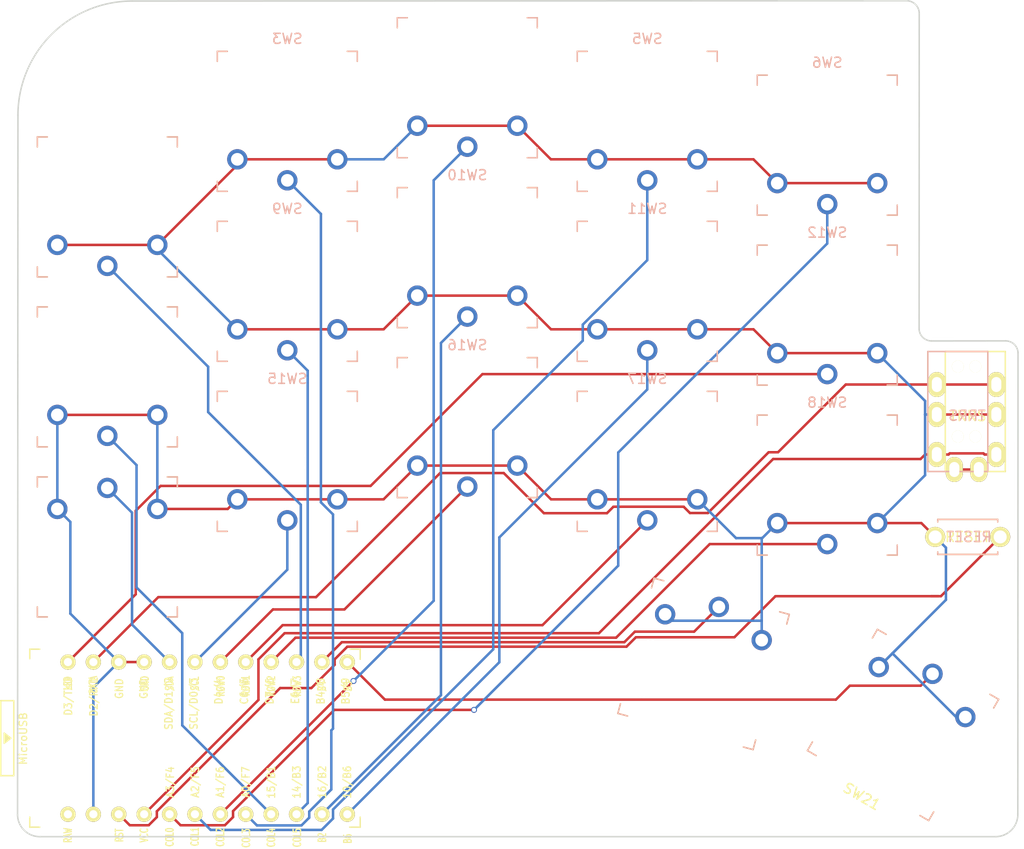
<source format=kicad_pcb>
(kicad_pcb (version 20171130) (host pcbnew 5.1.6)

  (general
    (thickness 1.6)
    (drawings 12)
    (tracks 204)
    (zones 0)
    (modules 20)
    (nets 24)
  )

  (page A4)
  (title_block
    (title Cradio)
    (date 2020-06-26)
    (rev 1.0)
    (company broomlabs)
  )

  (layers
    (0 F.Cu signal)
    (31 B.Cu signal)
    (32 B.Adhes user)
    (33 F.Adhes user)
    (34 B.Paste user hide)
    (35 F.Paste user)
    (36 B.SilkS user hide)
    (37 F.SilkS user hide)
    (38 B.Mask user hide)
    (39 F.Mask user hide)
    (40 Dwgs.User user)
    (41 Cmts.User user)
    (42 Eco1.User user)
    (43 Eco2.User user hide)
    (44 Edge.Cuts user)
    (45 Margin user)
    (46 B.CrtYd user)
    (47 F.CrtYd user)
    (48 B.Fab user hide)
    (49 F.Fab user)
  )

  (setup
    (last_trace_width 0.25)
    (user_trace_width 0.5)
    (trace_clearance 0.2)
    (zone_clearance 0.508)
    (zone_45_only no)
    (trace_min 0.2)
    (via_size 0.6)
    (via_drill 0.4)
    (via_min_size 0.4)
    (via_min_drill 0.3)
    (uvia_size 0.3)
    (uvia_drill 0.1)
    (uvias_allowed no)
    (uvia_min_size 0.2)
    (uvia_min_drill 0.1)
    (edge_width 0.15)
    (segment_width 0.15)
    (pcb_text_width 0.3)
    (pcb_text_size 1.5 1.5)
    (mod_edge_width 0.15)
    (mod_text_size 1 1)
    (mod_text_width 0.15)
    (pad_size 2.032 2.032)
    (pad_drill 1.27)
    (pad_to_mask_clearance 0.2)
    (aux_axis_origin 145.73 12.66)
    (visible_elements FFFFEFFF)
    (pcbplotparams
      (layerselection 0x010c0_ffffffff)
      (usegerberextensions true)
      (usegerberattributes false)
      (usegerberadvancedattributes false)
      (creategerberjobfile false)
      (excludeedgelayer true)
      (linewidth 0.150000)
      (plotframeref false)
      (viasonmask false)
      (mode 1)
      (useauxorigin false)
      (hpglpennumber 1)
      (hpglpenspeed 20)
      (hpglpendiameter 15.000000)
      (psnegative false)
      (psa4output false)
      (plotreference true)
      (plotvalue true)
      (plotinvisibletext false)
      (padsonsilk false)
      (subtractmaskfromsilk false)
      (outputformat 1)
      (mirror false)
      (drillshape 0)
      (scaleselection 1)
      (outputdirectory "gerber/"))
  )

  (net 0 "")
  (net 1 row0)
  (net 2 row1)
  (net 3 row2)
  (net 4 row3)
  (net 5 "Net-(D20-Pad2)")
  (net 6 GND)
  (net 7 VCC)
  (net 8 col1)
  (net 9 col2)
  (net 10 col3)
  (net 11 col4)
  (net 12 col5)
  (net 13 LED)
  (net 14 data)
  (net 15 reset)
  (net 16 SCL)
  (net 17 SDA)
  (net 18 "Net-(U1-Pad14)")
  (net 19 "Net-(U1-Pad13)")
  (net 20 "Net-(U1-Pad12)")
  (net 21 "Net-(U1-Pad11)")
  (net 22 "Net-(J1-PadA)")
  (net 23 "Net-(U1-Pad24)")

  (net_class Default "これは標準のネット クラスです。"
    (clearance 0.2)
    (trace_width 0.25)
    (via_dia 0.6)
    (via_drill 0.4)
    (uvia_dia 0.3)
    (uvia_drill 0.1)
    (add_net GND)
    (add_net LED)
    (add_net "Net-(D20-Pad2)")
    (add_net "Net-(J1-PadA)")
    (add_net "Net-(U1-Pad11)")
    (add_net "Net-(U1-Pad12)")
    (add_net "Net-(U1-Pad13)")
    (add_net "Net-(U1-Pad14)")
    (add_net "Net-(U1-Pad24)")
    (add_net SCL)
    (add_net SDA)
    (add_net VCC)
    (add_net col1)
    (add_net col2)
    (add_net col3)
    (add_net col4)
    (add_net col5)
    (add_net data)
    (add_net reset)
    (add_net row0)
    (add_net row1)
    (add_net row2)
    (add_net row3)
  )

  (module chocs:SW_PG1350_reversible_b2 (layer B.Cu) (tedit 5EF324D0) (tstamp 5EBA60B1)
    (at 103.632 82.804 345)
    (descr "Kailh \"Choc\" PG1350 keyswitch, able to be mounted on front or back of PCB")
    (tags kailh,choc)
    (path /5A5E37A4)
    (fp_text reference SW20 (at 4.600001 -6 165) (layer Dwgs.User) hide
      (effects (font (size 1 1) (thickness 0.15)))
    )
    (fp_text value SW_PUSH (at -0.5 -5.999999 165) (layer Dwgs.User) hide
      (effects (font (size 1 1) (thickness 0.15)))
    )
    (fp_line (start 6 7) (end 7 7) (layer B.SilkS) (width 0.15))
    (fp_line (start 7 7) (end 7 6) (layer B.SilkS) (width 0.15))
    (fp_line (start 7 -6) (end 7 -7) (layer B.SilkS) (width 0.15))
    (fp_line (start 7 -7) (end 6 -7) (layer B.SilkS) (width 0.15))
    (fp_line (start -6 -7) (end -7 -7) (layer B.SilkS) (width 0.15))
    (fp_line (start -7 -7) (end -7 -6) (layer B.SilkS) (width 0.15))
    (fp_line (start -7 6) (end -7 7) (layer B.SilkS) (width 0.15))
    (fp_line (start -7 7) (end -6 7) (layer B.SilkS) (width 0.15))
    (fp_line (start -2.6 3.1) (end 2.6 3.1) (layer Eco2.User) (width 0.15))
    (fp_line (start 2.6 3.1) (end 2.6 6.3) (layer Eco2.User) (width 0.15))
    (fp_line (start 2.6 6.3) (end -2.6 6.3) (layer Eco2.User) (width 0.15))
    (fp_line (start -2.6 3.1) (end -2.6 6.3) (layer Eco2.User) (width 0.15))
    (fp_line (start -7 6) (end -7 7) (layer F.SilkS) (width 0.15))
    (fp_line (start -7 7) (end -6 7) (layer F.SilkS) (width 0.15))
    (fp_line (start -6 -7) (end -7 -7) (layer F.SilkS) (width 0.15))
    (fp_line (start -7 -7) (end -7 -6) (layer F.SilkS) (width 0.15))
    (fp_line (start 7 -6) (end 7 -7) (layer F.SilkS) (width 0.15))
    (fp_line (start 7 -7) (end 6 -7) (layer F.SilkS) (width 0.15))
    (fp_line (start 6 7) (end 7 7) (layer F.SilkS) (width 0.15))
    (fp_line (start 7 7) (end 7 6) (layer F.SilkS) (width 0.15))
    (fp_line (start -6.9 -6.9) (end 6.9 -6.9) (layer Eco2.User) (width 0.15))
    (fp_line (start 6.9 6.9) (end -6.9 6.9) (layer Eco2.User) (width 0.15))
    (fp_line (start 6.9 6.9) (end 6.9 -6.9) (layer Eco2.User) (width 0.15))
    (fp_line (start -6.9 -6.9) (end -6.9 6.9) (layer Eco2.User) (width 0.15))
    (fp_line (start -7.5 7.5) (end 7.5 7.5) (layer F.Fab) (width 0.15))
    (fp_line (start 7.5 7.5) (end 7.5 -7.5) (layer F.Fab) (width 0.15))
    (fp_line (start 7.5 -7.5) (end -7.5 -7.5) (layer F.Fab) (width 0.15))
    (fp_line (start -7.5 -7.5) (end -7.5 7.5) (layer F.Fab) (width 0.15))
    (fp_line (start -7.5 7.5) (end 7.5 7.5) (layer B.Fab) (width 0.15))
    (fp_line (start 7.5 -7.5) (end -7.5 -7.5) (layer B.Fab) (width 0.15))
    (fp_line (start 7.5 7.5) (end 7.5 -7.5) (layer B.Fab) (width 0.15))
    (fp_line (start -7.5 -7.5) (end -7.5 7.5) (layer B.Fab) (width 0.15))
    (fp_line (start -9 -8.5) (end -9 8.5) (layer Eco1.User) (width 0.12))
    (fp_line (start -9 8.5) (end 9 8.5) (layer Eco1.User) (width 0.12))
    (fp_line (start 9 -8.5) (end 9 8.5) (layer Eco1.User) (width 0.12))
    (fp_line (start -9 -8.5) (end 9 -8.5) (layer Eco1.User) (width 0.12))
    (fp_text user %R (at 0 0 165) (layer B.Fab)
      (effects (font (size 1 1) (thickness 0.15)) (justify mirror))
    )
    (fp_text user %V (at 0 -8.255 165) (layer F.Fab)
      (effects (font (size 1 1) (thickness 0.15)))
    )
    (fp_text user %R (at 0 0 165) (layer B.Fab)
      (effects (font (size 1 1) (thickness 0.15)) (justify mirror))
    )
    (fp_text user %R (at 0 0 165) (layer B.Fab)
      (effects (font (size 1 1) (thickness 0.15)) (justify mirror))
    )
    (pad "" np_thru_hole circle (at -5.22 4.2 345) (size 0.9906 0.9906) (drill 0.9906) (layers *.Cu *.Mask))
    (pad 2 thru_hole circle (at 5 -3.8 345) (size 2.032 2.032) (drill 1.27) (layers *.Cu *.Mask)
      (net 6 GND))
    (pad "" np_thru_hole circle (at 0 0 345) (size 3.429 3.429) (drill 3.429) (layers *.Cu *.Mask))
    (pad 2 thru_hole circle (at -5 -3.8 345) (size 2.032 2.032) (drill 1.27) (layers *.Cu *.Mask)
      (net 6 GND))
    (pad 1 thru_hole circle (at 0 -5.9 345) (size 2.032 2.032) (drill 1.27) (layers *.Cu *.Mask)
      (net 21 "Net-(U1-Pad11)"))
    (pad "" np_thru_hole circle (at 5.22 4.2 345) (size 0.9906 0.9906) (drill 0.9906) (layers *.Cu *.Mask))
    (pad "" np_thru_hole circle (at 5.5 0 345) (size 1.7018 1.7018) (drill 1.7018) (layers *.Cu *.Mask))
    (pad "" np_thru_hole circle (at -5.5 0 345) (size 1.7018 1.7018) (drill 1.7018) (layers *.Cu *.Mask))
  )

  (module chocs:SW_PG1350_reversible_b2 (layer F.Cu) (tedit 5EF324D0) (tstamp 5C23880A)
    (at 116 64.92)
    (descr "Kailh \"Choc\" PG1350 keyswitch, able to be mounted on front or back of PCB")
    (tags kailh,choc)
    (path /5A5E35D5)
    (fp_text reference SW18 (at 4.6 6 180) (layer Dwgs.User) hide
      (effects (font (size 1 1) (thickness 0.15)))
    )
    (fp_text value SW_PUSH (at -0.5 6 180) (layer Dwgs.User) hide
      (effects (font (size 1 1) (thickness 0.15)))
    )
    (fp_line (start 6 -7) (end 7 -7) (layer F.SilkS) (width 0.15))
    (fp_line (start 7 -7) (end 7 -6) (layer F.SilkS) (width 0.15))
    (fp_line (start 7 6) (end 7 7) (layer F.SilkS) (width 0.15))
    (fp_line (start 7 7) (end 6 7) (layer F.SilkS) (width 0.15))
    (fp_line (start -6 7) (end -7 7) (layer F.SilkS) (width 0.15))
    (fp_line (start -7 7) (end -7 6) (layer F.SilkS) (width 0.15))
    (fp_line (start -7 -6) (end -7 -7) (layer F.SilkS) (width 0.15))
    (fp_line (start -7 -7) (end -6 -7) (layer F.SilkS) (width 0.15))
    (fp_line (start -2.6 -3.1) (end 2.6 -3.1) (layer Eco2.User) (width 0.15))
    (fp_line (start 2.6 -3.1) (end 2.6 -6.3) (layer Eco2.User) (width 0.15))
    (fp_line (start 2.6 -6.3) (end -2.6 -6.3) (layer Eco2.User) (width 0.15))
    (fp_line (start -2.6 -3.1) (end -2.6 -6.3) (layer Eco2.User) (width 0.15))
    (fp_line (start -7 -6) (end -7 -7) (layer B.SilkS) (width 0.15))
    (fp_line (start -7 -7) (end -6 -7) (layer B.SilkS) (width 0.15))
    (fp_line (start -6 7) (end -7 7) (layer B.SilkS) (width 0.15))
    (fp_line (start -7 7) (end -7 6) (layer B.SilkS) (width 0.15))
    (fp_line (start 7 6) (end 7 7) (layer B.SilkS) (width 0.15))
    (fp_line (start 7 7) (end 6 7) (layer B.SilkS) (width 0.15))
    (fp_line (start 6 -7) (end 7 -7) (layer B.SilkS) (width 0.15))
    (fp_line (start 7 -7) (end 7 -6) (layer B.SilkS) (width 0.15))
    (fp_line (start -6.9 6.9) (end 6.9 6.9) (layer Eco2.User) (width 0.15))
    (fp_line (start 6.9 -6.9) (end -6.9 -6.9) (layer Eco2.User) (width 0.15))
    (fp_line (start 6.9 -6.9) (end 6.9 6.9) (layer Eco2.User) (width 0.15))
    (fp_line (start -6.9 6.9) (end -6.9 -6.9) (layer Eco2.User) (width 0.15))
    (fp_line (start -7.5 -7.5) (end 7.5 -7.5) (layer B.Fab) (width 0.15))
    (fp_line (start 7.5 -7.5) (end 7.5 7.5) (layer B.Fab) (width 0.15))
    (fp_line (start 7.5 7.5) (end -7.5 7.5) (layer B.Fab) (width 0.15))
    (fp_line (start -7.5 7.5) (end -7.5 -7.5) (layer B.Fab) (width 0.15))
    (fp_line (start -7.5 -7.5) (end 7.5 -7.5) (layer F.Fab) (width 0.15))
    (fp_line (start 7.5 7.5) (end -7.5 7.5) (layer F.Fab) (width 0.15))
    (fp_line (start 7.5 -7.5) (end 7.5 7.5) (layer F.Fab) (width 0.15))
    (fp_line (start -7.5 7.5) (end -7.5 -7.5) (layer F.Fab) (width 0.15))
    (fp_line (start -9 8.5) (end -9 -8.5) (layer Eco1.User) (width 0.12))
    (fp_line (start -9 -8.5) (end 9 -8.5) (layer Eco1.User) (width 0.12))
    (fp_line (start 9 8.5) (end 9 -8.5) (layer Eco1.User) (width 0.12))
    (fp_line (start -9 8.5) (end 9 8.5) (layer Eco1.User) (width 0.12))
    (fp_text user %R (at 0 -8.255) (layer B.SilkS)
      (effects (font (size 1 1) (thickness 0.15)) (justify mirror))
    )
    (fp_text user %V (at 0 8.255) (layer B.Fab)
      (effects (font (size 1 1) (thickness 0.15)) (justify mirror))
    )
    (fp_text user %R (at 0 0) (layer F.Fab)
      (effects (font (size 1 1) (thickness 0.15)))
    )
    (fp_text user %R (at 0 0) (layer F.Fab)
      (effects (font (size 1 1) (thickness 0.15)))
    )
    (pad "" np_thru_hole circle (at -5.22 -4.2) (size 0.9906 0.9906) (drill 0.9906) (layers *.Cu *.Mask))
    (pad 2 thru_hole circle (at 5 3.8) (size 2.032 2.032) (drill 1.27) (layers *.Cu *.Mask)
      (net 6 GND))
    (pad "" np_thru_hole circle (at 0 0) (size 3.429 3.429) (drill 3.429) (layers *.Cu *.Mask))
    (pad 2 thru_hole circle (at -5 3.8) (size 2.032 2.032) (drill 1.27) (layers *.Cu *.Mask)
      (net 6 GND))
    (pad 1 thru_hole circle (at 0 5.9) (size 2.032 2.032) (drill 1.27) (layers *.Cu *.Mask)
      (net 3 row2))
    (pad "" np_thru_hole circle (at 5.22 -4.2) (size 0.9906 0.9906) (drill 0.9906) (layers *.Cu *.Mask))
    (pad "" np_thru_hole circle (at 5.5 0) (size 1.7018 1.7018) (drill 1.7018) (layers *.Cu *.Mask))
    (pad "" np_thru_hole circle (at -5.5 0) (size 1.7018 1.7018) (drill 1.7018) (layers *.Cu *.Mask))
  )

  (module chocs:SW_PG1350_reversible_b2 (layer B.Cu) (tedit 5EF324D0) (tstamp 5EBA613E)
    (at 123.58 88.91 330)
    (descr "Kailh \"Choc\" PG1350 keyswitch, able to be mounted on front or back of PCB")
    (tags kailh,choc)
    (path /5A5E37B0)
    (fp_text reference SW21 (at 4.6 -6 330) (layer Dwgs.User) hide
      (effects (font (size 1 1) (thickness 0.15)))
    )
    (fp_text value SW_PUSH (at -0.5 -5.999999 330) (layer Dwgs.User) hide
      (effects (font (size 1 1) (thickness 0.15)))
    )
    (fp_line (start 6 7) (end 7 7) (layer B.SilkS) (width 0.15))
    (fp_line (start 7 7) (end 7 6) (layer B.SilkS) (width 0.15))
    (fp_line (start 7 -6) (end 7 -7) (layer B.SilkS) (width 0.15))
    (fp_line (start 7 -7) (end 6 -7) (layer B.SilkS) (width 0.15))
    (fp_line (start -6 -7) (end -7 -7) (layer B.SilkS) (width 0.15))
    (fp_line (start -7 -7) (end -7 -6) (layer B.SilkS) (width 0.15))
    (fp_line (start -7 6) (end -7 7) (layer B.SilkS) (width 0.15))
    (fp_line (start -7 7) (end -6 7) (layer B.SilkS) (width 0.15))
    (fp_line (start -2.6 3.1) (end 2.6 3.1) (layer Eco2.User) (width 0.15))
    (fp_line (start 2.6 3.1) (end 2.6 6.3) (layer Eco2.User) (width 0.15))
    (fp_line (start 2.6 6.3) (end -2.6 6.3) (layer Eco2.User) (width 0.15))
    (fp_line (start -2.6 3.1) (end -2.6 6.3) (layer Eco2.User) (width 0.15))
    (fp_line (start -7 6) (end -7 7) (layer F.SilkS) (width 0.15))
    (fp_line (start -7 7) (end -6 7) (layer F.SilkS) (width 0.15))
    (fp_line (start -6 -7) (end -7 -7) (layer F.SilkS) (width 0.15))
    (fp_line (start -7 -7) (end -7 -6) (layer F.SilkS) (width 0.15))
    (fp_line (start 7 -6) (end 7 -7) (layer F.SilkS) (width 0.15))
    (fp_line (start 7 -7) (end 6 -7) (layer F.SilkS) (width 0.15))
    (fp_line (start 6 7) (end 7 7) (layer F.SilkS) (width 0.15))
    (fp_line (start 7 7) (end 7 6) (layer F.SilkS) (width 0.15))
    (fp_line (start -6.9 -6.9) (end 6.9 -6.9) (layer Eco2.User) (width 0.15))
    (fp_line (start 6.9 6.9) (end -6.9 6.9) (layer Eco2.User) (width 0.15))
    (fp_line (start 6.9 6.9) (end 6.9 -6.9) (layer Eco2.User) (width 0.15))
    (fp_line (start -6.9 -6.9) (end -6.9 6.9) (layer Eco2.User) (width 0.15))
    (fp_line (start -7.5 7.5) (end 7.5 7.5) (layer F.Fab) (width 0.15))
    (fp_line (start 7.5 7.5) (end 7.5 -7.5) (layer F.Fab) (width 0.15))
    (fp_line (start 7.5 -7.5) (end -7.5 -7.5) (layer F.Fab) (width 0.15))
    (fp_line (start -7.5 -7.5) (end -7.5 7.5) (layer F.Fab) (width 0.15))
    (fp_line (start -7.5 7.5) (end 7.5 7.5) (layer B.Fab) (width 0.15))
    (fp_line (start 7.5 -7.5) (end -7.5 -7.5) (layer B.Fab) (width 0.15))
    (fp_line (start 7.5 7.5) (end 7.5 -7.5) (layer B.Fab) (width 0.15))
    (fp_line (start -7.5 -7.5) (end -7.5 7.5) (layer B.Fab) (width 0.15))
    (fp_line (start -9 -8.5) (end -9 8.5) (layer Eco1.User) (width 0.12))
    (fp_line (start -9 8.5) (end 9 8.5) (layer Eco1.User) (width 0.12))
    (fp_line (start 9 -8.5) (end 9 8.5) (layer Eco1.User) (width 0.12))
    (fp_line (start -9 -8.5) (end 9 -8.5) (layer Eco1.User) (width 0.12))
    (fp_text user %R (at 0 8.255 150) (layer F.SilkS)
      (effects (font (size 1 1) (thickness 0.15)))
    )
    (fp_text user %V (at 0 -8.255 150) (layer F.Fab)
      (effects (font (size 1 1) (thickness 0.15)))
    )
    (fp_text user %R (at 0 0 150) (layer B.Fab)
      (effects (font (size 1 1) (thickness 0.15)) (justify mirror))
    )
    (fp_text user %R (at 0 0 150) (layer B.Fab)
      (effects (font (size 1 1) (thickness 0.15)) (justify mirror))
    )
    (pad "" np_thru_hole circle (at -5.22 4.2 330) (size 0.9906 0.9906) (drill 0.9906) (layers *.Cu *.Mask))
    (pad 2 thru_hole circle (at 5 -3.8 330) (size 2.032 2.032) (drill 1.27) (layers *.Cu *.Mask)
      (net 6 GND))
    (pad "" np_thru_hole circle (at 0 0 330) (size 3.429 3.429) (drill 3.429) (layers *.Cu *.Mask))
    (pad 2 thru_hole circle (at -5 -3.8 330) (size 2.032 2.032) (drill 1.27) (layers *.Cu *.Mask)
      (net 6 GND))
    (pad 1 thru_hole circle (at 0 -5.9 330) (size 2.032 2.032) (drill 1.27) (layers *.Cu *.Mask)
      (net 20 "Net-(U1-Pad12)"))
    (pad "" np_thru_hole circle (at 5.22 4.2 330) (size 0.9906 0.9906) (drill 0.9906) (layers *.Cu *.Mask))
    (pad "" np_thru_hole circle (at 5.5 0 330) (size 1.7018 1.7018) (drill 1.7018) (layers *.Cu *.Mask))
    (pad "" np_thru_hole circle (at -5.5 0 330) (size 1.7018 1.7018) (drill 1.7018) (layers *.Cu *.Mask))
  )

  (module chocs:SW_PG1350_reversible_b2 (layer F.Cu) (tedit 5EF324D0) (tstamp 5C2387F4)
    (at 98 62.545)
    (descr "Kailh \"Choc\" PG1350 keyswitch, able to be mounted on front or back of PCB")
    (tags kailh,choc)
    (path /5A5E35CF)
    (fp_text reference SW17 (at 4.6 6 180) (layer Dwgs.User) hide
      (effects (font (size 1 1) (thickness 0.15)))
    )
    (fp_text value SW_PUSH (at -0.5 6 180) (layer Dwgs.User) hide
      (effects (font (size 1 1) (thickness 0.15)))
    )
    (fp_line (start 6 -7) (end 7 -7) (layer F.SilkS) (width 0.15))
    (fp_line (start 7 -7) (end 7 -6) (layer F.SilkS) (width 0.15))
    (fp_line (start 7 6) (end 7 7) (layer F.SilkS) (width 0.15))
    (fp_line (start 7 7) (end 6 7) (layer F.SilkS) (width 0.15))
    (fp_line (start -6 7) (end -7 7) (layer F.SilkS) (width 0.15))
    (fp_line (start -7 7) (end -7 6) (layer F.SilkS) (width 0.15))
    (fp_line (start -7 -6) (end -7 -7) (layer F.SilkS) (width 0.15))
    (fp_line (start -7 -7) (end -6 -7) (layer F.SilkS) (width 0.15))
    (fp_line (start -2.6 -3.1) (end 2.6 -3.1) (layer Eco2.User) (width 0.15))
    (fp_line (start 2.6 -3.1) (end 2.6 -6.3) (layer Eco2.User) (width 0.15))
    (fp_line (start 2.6 -6.3) (end -2.6 -6.3) (layer Eco2.User) (width 0.15))
    (fp_line (start -2.6 -3.1) (end -2.6 -6.3) (layer Eco2.User) (width 0.15))
    (fp_line (start -7 -6) (end -7 -7) (layer B.SilkS) (width 0.15))
    (fp_line (start -7 -7) (end -6 -7) (layer B.SilkS) (width 0.15))
    (fp_line (start -6 7) (end -7 7) (layer B.SilkS) (width 0.15))
    (fp_line (start -7 7) (end -7 6) (layer B.SilkS) (width 0.15))
    (fp_line (start 7 6) (end 7 7) (layer B.SilkS) (width 0.15))
    (fp_line (start 7 7) (end 6 7) (layer B.SilkS) (width 0.15))
    (fp_line (start 6 -7) (end 7 -7) (layer B.SilkS) (width 0.15))
    (fp_line (start 7 -7) (end 7 -6) (layer B.SilkS) (width 0.15))
    (fp_line (start -6.9 6.9) (end 6.9 6.9) (layer Eco2.User) (width 0.15))
    (fp_line (start 6.9 -6.9) (end -6.9 -6.9) (layer Eco2.User) (width 0.15))
    (fp_line (start 6.9 -6.9) (end 6.9 6.9) (layer Eco2.User) (width 0.15))
    (fp_line (start -6.9 6.9) (end -6.9 -6.9) (layer Eco2.User) (width 0.15))
    (fp_line (start -7.5 -7.5) (end 7.5 -7.5) (layer B.Fab) (width 0.15))
    (fp_line (start 7.5 -7.5) (end 7.5 7.5) (layer B.Fab) (width 0.15))
    (fp_line (start 7.5 7.5) (end -7.5 7.5) (layer B.Fab) (width 0.15))
    (fp_line (start -7.5 7.5) (end -7.5 -7.5) (layer B.Fab) (width 0.15))
    (fp_line (start -7.5 -7.5) (end 7.5 -7.5) (layer F.Fab) (width 0.15))
    (fp_line (start 7.5 7.5) (end -7.5 7.5) (layer F.Fab) (width 0.15))
    (fp_line (start 7.5 -7.5) (end 7.5 7.5) (layer F.Fab) (width 0.15))
    (fp_line (start -7.5 7.5) (end -7.5 -7.5) (layer F.Fab) (width 0.15))
    (fp_line (start -9 8.5) (end -9 -8.5) (layer Eco1.User) (width 0.12))
    (fp_line (start -9 -8.5) (end 9 -8.5) (layer Eco1.User) (width 0.12))
    (fp_line (start 9 8.5) (end 9 -8.5) (layer Eco1.User) (width 0.12))
    (fp_line (start -9 8.5) (end 9 8.5) (layer Eco1.User) (width 0.12))
    (fp_text user %R (at 0 -8.255) (layer B.SilkS)
      (effects (font (size 1 1) (thickness 0.15)) (justify mirror))
    )
    (fp_text user %V (at 0 8.255) (layer B.Fab)
      (effects (font (size 1 1) (thickness 0.15)) (justify mirror))
    )
    (fp_text user %R (at 0 0) (layer F.Fab)
      (effects (font (size 1 1) (thickness 0.15)))
    )
    (fp_text user %R (at 0 0) (layer F.Fab)
      (effects (font (size 1 1) (thickness 0.15)))
    )
    (pad "" np_thru_hole circle (at -5.22 -4.2) (size 0.9906 0.9906) (drill 0.9906) (layers *.Cu *.Mask))
    (pad 2 thru_hole circle (at 5 3.8) (size 2.032 2.032) (drill 1.27) (layers *.Cu *.Mask)
      (net 6 GND))
    (pad "" np_thru_hole circle (at 0 0) (size 3.429 3.429) (drill 3.429) (layers *.Cu *.Mask))
    (pad 2 thru_hole circle (at -5 3.8) (size 2.032 2.032) (drill 1.27) (layers *.Cu *.Mask)
      (net 6 GND))
    (pad 1 thru_hole circle (at 0 5.9) (size 2.032 2.032) (drill 1.27) (layers *.Cu *.Mask)
      (net 2 row1))
    (pad "" np_thru_hole circle (at 5.22 -4.2) (size 0.9906 0.9906) (drill 0.9906) (layers *.Cu *.Mask))
    (pad "" np_thru_hole circle (at 5.5 0) (size 1.7018 1.7018) (drill 1.7018) (layers *.Cu *.Mask))
    (pad "" np_thru_hole circle (at -5.5 0) (size 1.7018 1.7018) (drill 1.7018) (layers *.Cu *.Mask))
  )

  (module chocs:SW_PG1350_reversible_b2 (layer F.Cu) (tedit 5EF324D0) (tstamp 5C2387DE)
    (at 80 59.17)
    (descr "Kailh \"Choc\" PG1350 keyswitch, able to be mounted on front or back of PCB")
    (tags kailh,choc)
    (path /5A5E35C9)
    (fp_text reference SW16 (at 4.6 6 180) (layer Dwgs.User) hide
      (effects (font (size 1 1) (thickness 0.15)))
    )
    (fp_text value SW_PUSH (at -0.5 6 180) (layer Dwgs.User) hide
      (effects (font (size 1 1) (thickness 0.15)))
    )
    (fp_line (start 6 -7) (end 7 -7) (layer F.SilkS) (width 0.15))
    (fp_line (start 7 -7) (end 7 -6) (layer F.SilkS) (width 0.15))
    (fp_line (start 7 6) (end 7 7) (layer F.SilkS) (width 0.15))
    (fp_line (start 7 7) (end 6 7) (layer F.SilkS) (width 0.15))
    (fp_line (start -6 7) (end -7 7) (layer F.SilkS) (width 0.15))
    (fp_line (start -7 7) (end -7 6) (layer F.SilkS) (width 0.15))
    (fp_line (start -7 -6) (end -7 -7) (layer F.SilkS) (width 0.15))
    (fp_line (start -7 -7) (end -6 -7) (layer F.SilkS) (width 0.15))
    (fp_line (start -2.6 -3.1) (end 2.6 -3.1) (layer Eco2.User) (width 0.15))
    (fp_line (start 2.6 -3.1) (end 2.6 -6.3) (layer Eco2.User) (width 0.15))
    (fp_line (start 2.6 -6.3) (end -2.6 -6.3) (layer Eco2.User) (width 0.15))
    (fp_line (start -2.6 -3.1) (end -2.6 -6.3) (layer Eco2.User) (width 0.15))
    (fp_line (start -7 -6) (end -7 -7) (layer B.SilkS) (width 0.15))
    (fp_line (start -7 -7) (end -6 -7) (layer B.SilkS) (width 0.15))
    (fp_line (start -6 7) (end -7 7) (layer B.SilkS) (width 0.15))
    (fp_line (start -7 7) (end -7 6) (layer B.SilkS) (width 0.15))
    (fp_line (start 7 6) (end 7 7) (layer B.SilkS) (width 0.15))
    (fp_line (start 7 7) (end 6 7) (layer B.SilkS) (width 0.15))
    (fp_line (start 6 -7) (end 7 -7) (layer B.SilkS) (width 0.15))
    (fp_line (start 7 -7) (end 7 -6) (layer B.SilkS) (width 0.15))
    (fp_line (start -6.9 6.9) (end 6.9 6.9) (layer Eco2.User) (width 0.15))
    (fp_line (start 6.9 -6.9) (end -6.9 -6.9) (layer Eco2.User) (width 0.15))
    (fp_line (start 6.9 -6.9) (end 6.9 6.9) (layer Eco2.User) (width 0.15))
    (fp_line (start -6.9 6.9) (end -6.9 -6.9) (layer Eco2.User) (width 0.15))
    (fp_line (start -7.5 -7.5) (end 7.5 -7.5) (layer B.Fab) (width 0.15))
    (fp_line (start 7.5 -7.5) (end 7.5 7.5) (layer B.Fab) (width 0.15))
    (fp_line (start 7.5 7.5) (end -7.5 7.5) (layer B.Fab) (width 0.15))
    (fp_line (start -7.5 7.5) (end -7.5 -7.5) (layer B.Fab) (width 0.15))
    (fp_line (start -7.5 -7.5) (end 7.5 -7.5) (layer F.Fab) (width 0.15))
    (fp_line (start 7.5 7.5) (end -7.5 7.5) (layer F.Fab) (width 0.15))
    (fp_line (start 7.5 -7.5) (end 7.5 7.5) (layer F.Fab) (width 0.15))
    (fp_line (start -7.5 7.5) (end -7.5 -7.5) (layer F.Fab) (width 0.15))
    (fp_line (start -9 8.5) (end -9 -8.5) (layer Eco1.User) (width 0.12))
    (fp_line (start -9 -8.5) (end 9 -8.5) (layer Eco1.User) (width 0.12))
    (fp_line (start 9 8.5) (end 9 -8.5) (layer Eco1.User) (width 0.12))
    (fp_line (start -9 8.5) (end 9 8.5) (layer Eco1.User) (width 0.12))
    (fp_text user %R (at 0 -8.255) (layer B.SilkS)
      (effects (font (size 1 1) (thickness 0.15)) (justify mirror))
    )
    (fp_text user %V (at 0 8.255) (layer B.Fab)
      (effects (font (size 1 1) (thickness 0.15)) (justify mirror))
    )
    (fp_text user %R (at 0 0) (layer F.Fab)
      (effects (font (size 1 1) (thickness 0.15)))
    )
    (fp_text user %R (at 0 0) (layer F.Fab)
      (effects (font (size 1 1) (thickness 0.15)))
    )
    (pad "" np_thru_hole circle (at -5.22 -4.2) (size 0.9906 0.9906) (drill 0.9906) (layers *.Cu *.Mask))
    (pad 2 thru_hole circle (at 5 3.8) (size 2.032 2.032) (drill 1.27) (layers *.Cu *.Mask)
      (net 6 GND))
    (pad "" np_thru_hole circle (at 0 0) (size 3.429 3.429) (drill 3.429) (layers *.Cu *.Mask))
    (pad 2 thru_hole circle (at -5 3.8) (size 2.032 2.032) (drill 1.27) (layers *.Cu *.Mask)
      (net 6 GND))
    (pad 1 thru_hole circle (at 0 5.9) (size 2.032 2.032) (drill 1.27) (layers *.Cu *.Mask)
      (net 1 row0))
    (pad "" np_thru_hole circle (at 5.22 -4.2) (size 0.9906 0.9906) (drill 0.9906) (layers *.Cu *.Mask))
    (pad "" np_thru_hole circle (at 5.5 0) (size 1.7018 1.7018) (drill 1.7018) (layers *.Cu *.Mask))
    (pad "" np_thru_hole circle (at -5.5 0) (size 1.7018 1.7018) (drill 1.7018) (layers *.Cu *.Mask))
  )

  (module chocs:SW_PG1350_reversible_b2 (layer F.Cu) (tedit 5EF324D0) (tstamp 5C2387C8)
    (at 62 62.545)
    (descr "Kailh \"Choc\" PG1350 keyswitch, able to be mounted on front or back of PCB")
    (tags kailh,choc)
    (path /5A5E35BD)
    (fp_text reference SW15 (at 4.6 6 180) (layer Dwgs.User) hide
      (effects (font (size 1 1) (thickness 0.15)))
    )
    (fp_text value SW_PUSH (at -0.5 6 180) (layer Dwgs.User) hide
      (effects (font (size 1 1) (thickness 0.15)))
    )
    (fp_line (start 6 -7) (end 7 -7) (layer F.SilkS) (width 0.15))
    (fp_line (start 7 -7) (end 7 -6) (layer F.SilkS) (width 0.15))
    (fp_line (start 7 6) (end 7 7) (layer F.SilkS) (width 0.15))
    (fp_line (start 7 7) (end 6 7) (layer F.SilkS) (width 0.15))
    (fp_line (start -6 7) (end -7 7) (layer F.SilkS) (width 0.15))
    (fp_line (start -7 7) (end -7 6) (layer F.SilkS) (width 0.15))
    (fp_line (start -7 -6) (end -7 -7) (layer F.SilkS) (width 0.15))
    (fp_line (start -7 -7) (end -6 -7) (layer F.SilkS) (width 0.15))
    (fp_line (start -2.6 -3.1) (end 2.6 -3.1) (layer Eco2.User) (width 0.15))
    (fp_line (start 2.6 -3.1) (end 2.6 -6.3) (layer Eco2.User) (width 0.15))
    (fp_line (start 2.6 -6.3) (end -2.6 -6.3) (layer Eco2.User) (width 0.15))
    (fp_line (start -2.6 -3.1) (end -2.6 -6.3) (layer Eco2.User) (width 0.15))
    (fp_line (start -7 -6) (end -7 -7) (layer B.SilkS) (width 0.15))
    (fp_line (start -7 -7) (end -6 -7) (layer B.SilkS) (width 0.15))
    (fp_line (start -6 7) (end -7 7) (layer B.SilkS) (width 0.15))
    (fp_line (start -7 7) (end -7 6) (layer B.SilkS) (width 0.15))
    (fp_line (start 7 6) (end 7 7) (layer B.SilkS) (width 0.15))
    (fp_line (start 7 7) (end 6 7) (layer B.SilkS) (width 0.15))
    (fp_line (start 6 -7) (end 7 -7) (layer B.SilkS) (width 0.15))
    (fp_line (start 7 -7) (end 7 -6) (layer B.SilkS) (width 0.15))
    (fp_line (start -6.9 6.9) (end 6.9 6.9) (layer Eco2.User) (width 0.15))
    (fp_line (start 6.9 -6.9) (end -6.9 -6.9) (layer Eco2.User) (width 0.15))
    (fp_line (start 6.9 -6.9) (end 6.9 6.9) (layer Eco2.User) (width 0.15))
    (fp_line (start -6.9 6.9) (end -6.9 -6.9) (layer Eco2.User) (width 0.15))
    (fp_line (start -7.5 -7.5) (end 7.5 -7.5) (layer B.Fab) (width 0.15))
    (fp_line (start 7.5 -7.5) (end 7.5 7.5) (layer B.Fab) (width 0.15))
    (fp_line (start 7.5 7.5) (end -7.5 7.5) (layer B.Fab) (width 0.15))
    (fp_line (start -7.5 7.5) (end -7.5 -7.5) (layer B.Fab) (width 0.15))
    (fp_line (start -7.5 -7.5) (end 7.5 -7.5) (layer F.Fab) (width 0.15))
    (fp_line (start 7.5 7.5) (end -7.5 7.5) (layer F.Fab) (width 0.15))
    (fp_line (start 7.5 -7.5) (end 7.5 7.5) (layer F.Fab) (width 0.15))
    (fp_line (start -7.5 7.5) (end -7.5 -7.5) (layer F.Fab) (width 0.15))
    (fp_line (start -9 8.5) (end -9 -8.5) (layer Eco1.User) (width 0.12))
    (fp_line (start -9 -8.5) (end 9 -8.5) (layer Eco1.User) (width 0.12))
    (fp_line (start 9 8.5) (end 9 -8.5) (layer Eco1.User) (width 0.12))
    (fp_line (start -9 8.5) (end 9 8.5) (layer Eco1.User) (width 0.12))
    (fp_text user %R (at 0 -8.255) (layer B.SilkS)
      (effects (font (size 1 1) (thickness 0.15)) (justify mirror))
    )
    (fp_text user %V (at 0 8.255) (layer B.Fab)
      (effects (font (size 1 1) (thickness 0.15)) (justify mirror))
    )
    (fp_text user %R (at 0 0) (layer F.Fab)
      (effects (font (size 1 1) (thickness 0.15)))
    )
    (fp_text user %R (at 0 0) (layer F.Fab)
      (effects (font (size 1 1) (thickness 0.15)))
    )
    (pad "" np_thru_hole circle (at -5.22 -4.2) (size 0.9906 0.9906) (drill 0.9906) (layers *.Cu *.Mask))
    (pad 2 thru_hole circle (at 5 3.8) (size 2.032 2.032) (drill 1.27) (layers *.Cu *.Mask)
      (net 6 GND))
    (pad "" np_thru_hole circle (at 0 0) (size 3.429 3.429) (drill 3.429) (layers *.Cu *.Mask))
    (pad 2 thru_hole circle (at -5 3.8) (size 2.032 2.032) (drill 1.27) (layers *.Cu *.Mask)
      (net 6 GND))
    (pad 1 thru_hole circle (at 0 5.9) (size 2.032 2.032) (drill 1.27) (layers *.Cu *.Mask)
      (net 16 SCL))
    (pad "" np_thru_hole circle (at 5.22 -4.2) (size 0.9906 0.9906) (drill 0.9906) (layers *.Cu *.Mask))
    (pad "" np_thru_hole circle (at 5.5 0) (size 1.7018 1.7018) (drill 1.7018) (layers *.Cu *.Mask))
    (pad "" np_thru_hole circle (at -5.5 0) (size 1.7018 1.7018) (drill 1.7018) (layers *.Cu *.Mask))
  )

  (module chocs:SW_PG1350_reversible_b2 (layer B.Cu) (tedit 5EF324D0) (tstamp 5C2387B2)
    (at 44 71.105)
    (descr "Kailh \"Choc\" PG1350 keyswitch, able to be mounted on front or back of PCB")
    (tags kailh,choc)
    (path /5A5E35B1)
    (fp_text reference SW14 (at 4.6 -6 -180) (layer Dwgs.User) hide
      (effects (font (size 1 1) (thickness 0.15)))
    )
    (fp_text value SW_PUSH (at -0.5 -6 -180) (layer Dwgs.User) hide
      (effects (font (size 1 1) (thickness 0.15)))
    )
    (fp_line (start 6 7) (end 7 7) (layer B.SilkS) (width 0.15))
    (fp_line (start 7 7) (end 7 6) (layer B.SilkS) (width 0.15))
    (fp_line (start 7 -6) (end 7 -7) (layer B.SilkS) (width 0.15))
    (fp_line (start 7 -7) (end 6 -7) (layer B.SilkS) (width 0.15))
    (fp_line (start -6 -7) (end -7 -7) (layer B.SilkS) (width 0.15))
    (fp_line (start -7 -7) (end -7 -6) (layer B.SilkS) (width 0.15))
    (fp_line (start -7 6) (end -7 7) (layer B.SilkS) (width 0.15))
    (fp_line (start -7 7) (end -6 7) (layer B.SilkS) (width 0.15))
    (fp_line (start -2.6 3.1) (end 2.6 3.1) (layer Eco2.User) (width 0.15))
    (fp_line (start 2.6 3.1) (end 2.6 6.3) (layer Eco2.User) (width 0.15))
    (fp_line (start 2.6 6.3) (end -2.6 6.3) (layer Eco2.User) (width 0.15))
    (fp_line (start -2.6 3.1) (end -2.6 6.3) (layer Eco2.User) (width 0.15))
    (fp_line (start -7 6) (end -7 7) (layer F.SilkS) (width 0.15))
    (fp_line (start -7 7) (end -6 7) (layer F.SilkS) (width 0.15))
    (fp_line (start -6 -7) (end -7 -7) (layer F.SilkS) (width 0.15))
    (fp_line (start -7 -7) (end -7 -6) (layer F.SilkS) (width 0.15))
    (fp_line (start 7 -6) (end 7 -7) (layer F.SilkS) (width 0.15))
    (fp_line (start 7 -7) (end 6 -7) (layer F.SilkS) (width 0.15))
    (fp_line (start 6 7) (end 7 7) (layer F.SilkS) (width 0.15))
    (fp_line (start 7 7) (end 7 6) (layer F.SilkS) (width 0.15))
    (fp_line (start -6.9 -6.9) (end 6.9 -6.9) (layer Eco2.User) (width 0.15))
    (fp_line (start 6.9 6.9) (end -6.9 6.9) (layer Eco2.User) (width 0.15))
    (fp_line (start 6.9 6.9) (end 6.9 -6.9) (layer Eco2.User) (width 0.15))
    (fp_line (start -6.9 -6.9) (end -6.9 6.9) (layer Eco2.User) (width 0.15))
    (fp_line (start -7.5 7.5) (end 7.5 7.5) (layer F.Fab) (width 0.15))
    (fp_line (start 7.5 7.5) (end 7.5 -7.5) (layer F.Fab) (width 0.15))
    (fp_line (start 7.5 -7.5) (end -7.5 -7.5) (layer F.Fab) (width 0.15))
    (fp_line (start -7.5 -7.5) (end -7.5 7.5) (layer F.Fab) (width 0.15))
    (fp_line (start -7.5 7.5) (end 7.5 7.5) (layer B.Fab) (width 0.15))
    (fp_line (start 7.5 -7.5) (end -7.5 -7.5) (layer B.Fab) (width 0.15))
    (fp_line (start 7.5 7.5) (end 7.5 -7.5) (layer B.Fab) (width 0.15))
    (fp_line (start -7.5 -7.5) (end -7.5 7.5) (layer B.Fab) (width 0.15))
    (fp_line (start -9 -8.5) (end -9 8.5) (layer Eco1.User) (width 0.12))
    (fp_line (start -9 8.5) (end 9 8.5) (layer Eco1.User) (width 0.12))
    (fp_line (start 9 -8.5) (end 9 8.5) (layer Eco1.User) (width 0.12))
    (fp_line (start -9 -8.5) (end 9 -8.5) (layer Eco1.User) (width 0.12))
    (fp_text user %R (at 0 0) (layer B.Fab)
      (effects (font (size 1 1) (thickness 0.15)) (justify mirror))
    )
    (fp_text user %V (at 0 -8.255) (layer F.Fab)
      (effects (font (size 1 1) (thickness 0.15)))
    )
    (fp_text user %R (at 0 0) (layer B.Fab)
      (effects (font (size 1 1) (thickness 0.15)) (justify mirror))
    )
    (fp_text user %R (at 0 0) (layer B.Fab)
      (effects (font (size 1 1) (thickness 0.15)) (justify mirror))
    )
    (pad "" np_thru_hole circle (at -5.22 4.2) (size 0.9906 0.9906) (drill 0.9906) (layers *.Cu *.Mask))
    (pad 2 thru_hole circle (at 5 -3.8) (size 2.032 2.032) (drill 1.27) (layers *.Cu *.Mask)
      (net 6 GND))
    (pad "" np_thru_hole circle (at 0 0) (size 3.429 3.429) (drill 3.429) (layers *.Cu *.Mask))
    (pad 2 thru_hole circle (at -5 -3.8) (size 2.032 2.032) (drill 1.27) (layers *.Cu *.Mask)
      (net 6 GND))
    (pad 1 thru_hole circle (at 0 -5.9) (size 2.032 2.032) (drill 1.27) (layers *.Cu *.Mask)
      (net 17 SDA))
    (pad "" np_thru_hole circle (at 5.22 4.2) (size 0.9906 0.9906) (drill 0.9906) (layers *.Cu *.Mask))
    (pad "" np_thru_hole circle (at 5.5 0) (size 1.7018 1.7018) (drill 1.7018) (layers *.Cu *.Mask))
    (pad "" np_thru_hole circle (at -5.5 0) (size 1.7018 1.7018) (drill 1.7018) (layers *.Cu *.Mask))
  )

  (module chocs:SW_PG1350_reversible_b2 (layer F.Cu) (tedit 5EF324D0) (tstamp 5C238786)
    (at 116 47.92)
    (descr "Kailh \"Choc\" PG1350 keyswitch, able to be mounted on front or back of PCB")
    (tags kailh,choc)
    (path /5A5E2D4A)
    (fp_text reference SW12 (at 4.6 6 180) (layer Dwgs.User) hide
      (effects (font (size 1 1) (thickness 0.15)))
    )
    (fp_text value SW_PUSH (at -0.5 6 180) (layer Dwgs.User) hide
      (effects (font (size 1 1) (thickness 0.15)))
    )
    (fp_line (start 6 -7) (end 7 -7) (layer F.SilkS) (width 0.15))
    (fp_line (start 7 -7) (end 7 -6) (layer F.SilkS) (width 0.15))
    (fp_line (start 7 6) (end 7 7) (layer F.SilkS) (width 0.15))
    (fp_line (start 7 7) (end 6 7) (layer F.SilkS) (width 0.15))
    (fp_line (start -6 7) (end -7 7) (layer F.SilkS) (width 0.15))
    (fp_line (start -7 7) (end -7 6) (layer F.SilkS) (width 0.15))
    (fp_line (start -7 -6) (end -7 -7) (layer F.SilkS) (width 0.15))
    (fp_line (start -7 -7) (end -6 -7) (layer F.SilkS) (width 0.15))
    (fp_line (start -2.6 -3.1) (end 2.6 -3.1) (layer Eco2.User) (width 0.15))
    (fp_line (start 2.6 -3.1) (end 2.6 -6.3) (layer Eco2.User) (width 0.15))
    (fp_line (start 2.6 -6.3) (end -2.6 -6.3) (layer Eco2.User) (width 0.15))
    (fp_line (start -2.6 -3.1) (end -2.6 -6.3) (layer Eco2.User) (width 0.15))
    (fp_line (start -7 -6) (end -7 -7) (layer B.SilkS) (width 0.15))
    (fp_line (start -7 -7) (end -6 -7) (layer B.SilkS) (width 0.15))
    (fp_line (start -6 7) (end -7 7) (layer B.SilkS) (width 0.15))
    (fp_line (start -7 7) (end -7 6) (layer B.SilkS) (width 0.15))
    (fp_line (start 7 6) (end 7 7) (layer B.SilkS) (width 0.15))
    (fp_line (start 7 7) (end 6 7) (layer B.SilkS) (width 0.15))
    (fp_line (start 6 -7) (end 7 -7) (layer B.SilkS) (width 0.15))
    (fp_line (start 7 -7) (end 7 -6) (layer B.SilkS) (width 0.15))
    (fp_line (start -6.9 6.9) (end 6.9 6.9) (layer Eco2.User) (width 0.15))
    (fp_line (start 6.9 -6.9) (end -6.9 -6.9) (layer Eco2.User) (width 0.15))
    (fp_line (start 6.9 -6.9) (end 6.9 6.9) (layer Eco2.User) (width 0.15))
    (fp_line (start -6.9 6.9) (end -6.9 -6.9) (layer Eco2.User) (width 0.15))
    (fp_line (start -7.5 -7.5) (end 7.5 -7.5) (layer B.Fab) (width 0.15))
    (fp_line (start 7.5 -7.5) (end 7.5 7.5) (layer B.Fab) (width 0.15))
    (fp_line (start 7.5 7.5) (end -7.5 7.5) (layer B.Fab) (width 0.15))
    (fp_line (start -7.5 7.5) (end -7.5 -7.5) (layer B.Fab) (width 0.15))
    (fp_line (start -7.5 -7.5) (end 7.5 -7.5) (layer F.Fab) (width 0.15))
    (fp_line (start 7.5 7.5) (end -7.5 7.5) (layer F.Fab) (width 0.15))
    (fp_line (start 7.5 -7.5) (end 7.5 7.5) (layer F.Fab) (width 0.15))
    (fp_line (start -7.5 7.5) (end -7.5 -7.5) (layer F.Fab) (width 0.15))
    (fp_line (start -9 8.5) (end -9 -8.5) (layer Eco1.User) (width 0.12))
    (fp_line (start -9 -8.5) (end 9 -8.5) (layer Eco1.User) (width 0.12))
    (fp_line (start 9 8.5) (end 9 -8.5) (layer Eco1.User) (width 0.12))
    (fp_line (start -9 8.5) (end 9 8.5) (layer Eco1.User) (width 0.12))
    (fp_text user %R (at 0 -8.255) (layer B.SilkS)
      (effects (font (size 1 1) (thickness 0.15)) (justify mirror))
    )
    (fp_text user %V (at 0 8.255) (layer B.Fab)
      (effects (font (size 1 1) (thickness 0.15)) (justify mirror))
    )
    (fp_text user %R (at 0 0) (layer F.Fab)
      (effects (font (size 1 1) (thickness 0.15)))
    )
    (fp_text user %R (at 0 0) (layer F.Fab)
      (effects (font (size 1 1) (thickness 0.15)))
    )
    (pad "" np_thru_hole circle (at -5.22 -4.2) (size 0.9906 0.9906) (drill 0.9906) (layers *.Cu *.Mask))
    (pad 2 thru_hole circle (at 5 3.8) (size 2.032 2.032) (drill 1.27) (layers *.Cu *.Mask)
      (net 6 GND))
    (pad "" np_thru_hole circle (at 0 0) (size 3.429 3.429) (drill 3.429) (layers *.Cu *.Mask))
    (pad 2 thru_hole circle (at -5 3.8) (size 2.032 2.032) (drill 1.27) (layers *.Cu *.Mask)
      (net 6 GND))
    (pad 1 thru_hole circle (at 0 5.9) (size 2.032 2.032) (drill 1.27) (layers *.Cu *.Mask)
      (net 13 LED))
    (pad "" np_thru_hole circle (at 5.22 -4.2) (size 0.9906 0.9906) (drill 0.9906) (layers *.Cu *.Mask))
    (pad "" np_thru_hole circle (at 5.5 0) (size 1.7018 1.7018) (drill 1.7018) (layers *.Cu *.Mask))
    (pad "" np_thru_hole circle (at -5.5 0) (size 1.7018 1.7018) (drill 1.7018) (layers *.Cu *.Mask))
  )

  (module chocs:SW_PG1350_reversible_b2 (layer F.Cu) (tedit 5EF324D0) (tstamp 5C238770)
    (at 98 45.54)
    (descr "Kailh \"Choc\" PG1350 keyswitch, able to be mounted on front or back of PCB")
    (tags kailh,choc)
    (path /5A5E2D44)
    (fp_text reference SW11 (at 4.6 6 180) (layer Dwgs.User) hide
      (effects (font (size 1 1) (thickness 0.15)))
    )
    (fp_text value SW_PUSH (at -0.5 6 180) (layer Dwgs.User) hide
      (effects (font (size 1 1) (thickness 0.15)))
    )
    (fp_line (start 6 -7) (end 7 -7) (layer F.SilkS) (width 0.15))
    (fp_line (start 7 -7) (end 7 -6) (layer F.SilkS) (width 0.15))
    (fp_line (start 7 6) (end 7 7) (layer F.SilkS) (width 0.15))
    (fp_line (start 7 7) (end 6 7) (layer F.SilkS) (width 0.15))
    (fp_line (start -6 7) (end -7 7) (layer F.SilkS) (width 0.15))
    (fp_line (start -7 7) (end -7 6) (layer F.SilkS) (width 0.15))
    (fp_line (start -7 -6) (end -7 -7) (layer F.SilkS) (width 0.15))
    (fp_line (start -7 -7) (end -6 -7) (layer F.SilkS) (width 0.15))
    (fp_line (start -2.6 -3.1) (end 2.6 -3.1) (layer Eco2.User) (width 0.15))
    (fp_line (start 2.6 -3.1) (end 2.6 -6.3) (layer Eco2.User) (width 0.15))
    (fp_line (start 2.6 -6.3) (end -2.6 -6.3) (layer Eco2.User) (width 0.15))
    (fp_line (start -2.6 -3.1) (end -2.6 -6.3) (layer Eco2.User) (width 0.15))
    (fp_line (start -7 -6) (end -7 -7) (layer B.SilkS) (width 0.15))
    (fp_line (start -7 -7) (end -6 -7) (layer B.SilkS) (width 0.15))
    (fp_line (start -6 7) (end -7 7) (layer B.SilkS) (width 0.15))
    (fp_line (start -7 7) (end -7 6) (layer B.SilkS) (width 0.15))
    (fp_line (start 7 6) (end 7 7) (layer B.SilkS) (width 0.15))
    (fp_line (start 7 7) (end 6 7) (layer B.SilkS) (width 0.15))
    (fp_line (start 6 -7) (end 7 -7) (layer B.SilkS) (width 0.15))
    (fp_line (start 7 -7) (end 7 -6) (layer B.SilkS) (width 0.15))
    (fp_line (start -6.9 6.9) (end 6.9 6.9) (layer Eco2.User) (width 0.15))
    (fp_line (start 6.9 -6.9) (end -6.9 -6.9) (layer Eco2.User) (width 0.15))
    (fp_line (start 6.9 -6.9) (end 6.9 6.9) (layer Eco2.User) (width 0.15))
    (fp_line (start -6.9 6.9) (end -6.9 -6.9) (layer Eco2.User) (width 0.15))
    (fp_line (start -7.5 -7.5) (end 7.5 -7.5) (layer B.Fab) (width 0.15))
    (fp_line (start 7.5 -7.5) (end 7.5 7.5) (layer B.Fab) (width 0.15))
    (fp_line (start 7.5 7.5) (end -7.5 7.5) (layer B.Fab) (width 0.15))
    (fp_line (start -7.5 7.5) (end -7.5 -7.5) (layer B.Fab) (width 0.15))
    (fp_line (start -7.5 -7.5) (end 7.5 -7.5) (layer F.Fab) (width 0.15))
    (fp_line (start 7.5 7.5) (end -7.5 7.5) (layer F.Fab) (width 0.15))
    (fp_line (start 7.5 -7.5) (end 7.5 7.5) (layer F.Fab) (width 0.15))
    (fp_line (start -7.5 7.5) (end -7.5 -7.5) (layer F.Fab) (width 0.15))
    (fp_line (start -9 8.5) (end -9 -8.5) (layer Eco1.User) (width 0.12))
    (fp_line (start -9 -8.5) (end 9 -8.5) (layer Eco1.User) (width 0.12))
    (fp_line (start 9 8.5) (end 9 -8.5) (layer Eco1.User) (width 0.12))
    (fp_line (start -9 8.5) (end 9 8.5) (layer Eco1.User) (width 0.12))
    (fp_text user %R (at 0 -8.255) (layer B.SilkS)
      (effects (font (size 1 1) (thickness 0.15)) (justify mirror))
    )
    (fp_text user %V (at 0 8.255) (layer B.Fab)
      (effects (font (size 1 1) (thickness 0.15)) (justify mirror))
    )
    (fp_text user %R (at 0 0) (layer F.Fab)
      (effects (font (size 1 1) (thickness 0.15)))
    )
    (fp_text user %R (at 0 0) (layer F.Fab)
      (effects (font (size 1 1) (thickness 0.15)))
    )
    (pad "" np_thru_hole circle (at -5.22 -4.2) (size 0.9906 0.9906) (drill 0.9906) (layers *.Cu *.Mask))
    (pad 2 thru_hole circle (at 5 3.8) (size 2.032 2.032) (drill 1.27) (layers *.Cu *.Mask)
      (net 6 GND))
    (pad "" np_thru_hole circle (at 0 0) (size 3.429 3.429) (drill 3.429) (layers *.Cu *.Mask))
    (pad 2 thru_hole circle (at -5 3.8) (size 2.032 2.032) (drill 1.27) (layers *.Cu *.Mask)
      (net 6 GND))
    (pad 1 thru_hole circle (at 0 5.9) (size 2.032 2.032) (drill 1.27) (layers *.Cu *.Mask)
      (net 19 "Net-(U1-Pad13)"))
    (pad "" np_thru_hole circle (at 5.22 -4.2) (size 0.9906 0.9906) (drill 0.9906) (layers *.Cu *.Mask))
    (pad "" np_thru_hole circle (at 5.5 0) (size 1.7018 1.7018) (drill 1.7018) (layers *.Cu *.Mask))
    (pad "" np_thru_hole circle (at -5.5 0) (size 1.7018 1.7018) (drill 1.7018) (layers *.Cu *.Mask))
  )

  (module chocs:SW_PG1350_reversible_b2 (layer F.Cu) (tedit 5EF324D0) (tstamp 5C23875A)
    (at 80 42.17)
    (descr "Kailh \"Choc\" PG1350 keyswitch, able to be mounted on front or back of PCB")
    (tags kailh,choc)
    (path /5A5E2D3E)
    (fp_text reference SW10 (at 4.6 6 180) (layer Dwgs.User) hide
      (effects (font (size 1 1) (thickness 0.15)))
    )
    (fp_text value SW_PUSH (at -0.5 6 180) (layer Dwgs.User) hide
      (effects (font (size 1 1) (thickness 0.15)))
    )
    (fp_line (start 6 -7) (end 7 -7) (layer F.SilkS) (width 0.15))
    (fp_line (start 7 -7) (end 7 -6) (layer F.SilkS) (width 0.15))
    (fp_line (start 7 6) (end 7 7) (layer F.SilkS) (width 0.15))
    (fp_line (start 7 7) (end 6 7) (layer F.SilkS) (width 0.15))
    (fp_line (start -6 7) (end -7 7) (layer F.SilkS) (width 0.15))
    (fp_line (start -7 7) (end -7 6) (layer F.SilkS) (width 0.15))
    (fp_line (start -7 -6) (end -7 -7) (layer F.SilkS) (width 0.15))
    (fp_line (start -7 -7) (end -6 -7) (layer F.SilkS) (width 0.15))
    (fp_line (start -2.6 -3.1) (end 2.6 -3.1) (layer Eco2.User) (width 0.15))
    (fp_line (start 2.6 -3.1) (end 2.6 -6.3) (layer Eco2.User) (width 0.15))
    (fp_line (start 2.6 -6.3) (end -2.6 -6.3) (layer Eco2.User) (width 0.15))
    (fp_line (start -2.6 -3.1) (end -2.6 -6.3) (layer Eco2.User) (width 0.15))
    (fp_line (start -7 -6) (end -7 -7) (layer B.SilkS) (width 0.15))
    (fp_line (start -7 -7) (end -6 -7) (layer B.SilkS) (width 0.15))
    (fp_line (start -6 7) (end -7 7) (layer B.SilkS) (width 0.15))
    (fp_line (start -7 7) (end -7 6) (layer B.SilkS) (width 0.15))
    (fp_line (start 7 6) (end 7 7) (layer B.SilkS) (width 0.15))
    (fp_line (start 7 7) (end 6 7) (layer B.SilkS) (width 0.15))
    (fp_line (start 6 -7) (end 7 -7) (layer B.SilkS) (width 0.15))
    (fp_line (start 7 -7) (end 7 -6) (layer B.SilkS) (width 0.15))
    (fp_line (start -6.9 6.9) (end 6.9 6.9) (layer Eco2.User) (width 0.15))
    (fp_line (start 6.9 -6.9) (end -6.9 -6.9) (layer Eco2.User) (width 0.15))
    (fp_line (start 6.9 -6.9) (end 6.9 6.9) (layer Eco2.User) (width 0.15))
    (fp_line (start -6.9 6.9) (end -6.9 -6.9) (layer Eco2.User) (width 0.15))
    (fp_line (start -7.5 -7.5) (end 7.5 -7.5) (layer B.Fab) (width 0.15))
    (fp_line (start 7.5 -7.5) (end 7.5 7.5) (layer B.Fab) (width 0.15))
    (fp_line (start 7.5 7.5) (end -7.5 7.5) (layer B.Fab) (width 0.15))
    (fp_line (start -7.5 7.5) (end -7.5 -7.5) (layer B.Fab) (width 0.15))
    (fp_line (start -7.5 -7.5) (end 7.5 -7.5) (layer F.Fab) (width 0.15))
    (fp_line (start 7.5 7.5) (end -7.5 7.5) (layer F.Fab) (width 0.15))
    (fp_line (start 7.5 -7.5) (end 7.5 7.5) (layer F.Fab) (width 0.15))
    (fp_line (start -7.5 7.5) (end -7.5 -7.5) (layer F.Fab) (width 0.15))
    (fp_line (start -9 8.5) (end -9 -8.5) (layer Eco1.User) (width 0.12))
    (fp_line (start -9 -8.5) (end 9 -8.5) (layer Eco1.User) (width 0.12))
    (fp_line (start 9 8.5) (end 9 -8.5) (layer Eco1.User) (width 0.12))
    (fp_line (start -9 8.5) (end 9 8.5) (layer Eco1.User) (width 0.12))
    (fp_text user %R (at 0 -8.255) (layer B.SilkS)
      (effects (font (size 1 1) (thickness 0.15)) (justify mirror))
    )
    (fp_text user %V (at 0 8.255) (layer B.Fab)
      (effects (font (size 1 1) (thickness 0.15)) (justify mirror))
    )
    (fp_text user %R (at 0 0) (layer F.Fab)
      (effects (font (size 1 1) (thickness 0.15)))
    )
    (fp_text user %R (at 0 0) (layer F.Fab)
      (effects (font (size 1 1) (thickness 0.15)))
    )
    (pad "" np_thru_hole circle (at -5.22 -4.2) (size 0.9906 0.9906) (drill 0.9906) (layers *.Cu *.Mask))
    (pad 2 thru_hole circle (at 5 3.8) (size 2.032 2.032) (drill 1.27) (layers *.Cu *.Mask)
      (net 6 GND))
    (pad "" np_thru_hole circle (at 0 0) (size 3.429 3.429) (drill 3.429) (layers *.Cu *.Mask))
    (pad 2 thru_hole circle (at -5 3.8) (size 2.032 2.032) (drill 1.27) (layers *.Cu *.Mask)
      (net 6 GND))
    (pad 1 thru_hole circle (at 0 5.9) (size 2.032 2.032) (drill 1.27) (layers *.Cu *.Mask)
      (net 18 "Net-(U1-Pad14)"))
    (pad "" np_thru_hole circle (at 5.22 -4.2) (size 0.9906 0.9906) (drill 0.9906) (layers *.Cu *.Mask))
    (pad "" np_thru_hole circle (at 5.5 0) (size 1.7018 1.7018) (drill 1.7018) (layers *.Cu *.Mask))
    (pad "" np_thru_hole circle (at -5.5 0) (size 1.7018 1.7018) (drill 1.7018) (layers *.Cu *.Mask))
  )

  (module chocs:SW_PG1350_reversible_b2 (layer F.Cu) (tedit 5EF324D0) (tstamp 5C238744)
    (at 62 45.54)
    (descr "Kailh \"Choc\" PG1350 keyswitch, able to be mounted on front or back of PCB")
    (tags kailh,choc)
    (path /5A5E2D32)
    (fp_text reference SW9 (at 4.6 6 180) (layer Dwgs.User) hide
      (effects (font (size 1 1) (thickness 0.15)))
    )
    (fp_text value SW_PUSH (at -0.5 6 180) (layer Dwgs.User) hide
      (effects (font (size 1 1) (thickness 0.15)))
    )
    (fp_line (start 6 -7) (end 7 -7) (layer F.SilkS) (width 0.15))
    (fp_line (start 7 -7) (end 7 -6) (layer F.SilkS) (width 0.15))
    (fp_line (start 7 6) (end 7 7) (layer F.SilkS) (width 0.15))
    (fp_line (start 7 7) (end 6 7) (layer F.SilkS) (width 0.15))
    (fp_line (start -6 7) (end -7 7) (layer F.SilkS) (width 0.15))
    (fp_line (start -7 7) (end -7 6) (layer F.SilkS) (width 0.15))
    (fp_line (start -7 -6) (end -7 -7) (layer F.SilkS) (width 0.15))
    (fp_line (start -7 -7) (end -6 -7) (layer F.SilkS) (width 0.15))
    (fp_line (start -2.6 -3.1) (end 2.6 -3.1) (layer Eco2.User) (width 0.15))
    (fp_line (start 2.6 -3.1) (end 2.6 -6.3) (layer Eco2.User) (width 0.15))
    (fp_line (start 2.6 -6.3) (end -2.6 -6.3) (layer Eco2.User) (width 0.15))
    (fp_line (start -2.6 -3.1) (end -2.6 -6.3) (layer Eco2.User) (width 0.15))
    (fp_line (start -7 -6) (end -7 -7) (layer B.SilkS) (width 0.15))
    (fp_line (start -7 -7) (end -6 -7) (layer B.SilkS) (width 0.15))
    (fp_line (start -6 7) (end -7 7) (layer B.SilkS) (width 0.15))
    (fp_line (start -7 7) (end -7 6) (layer B.SilkS) (width 0.15))
    (fp_line (start 7 6) (end 7 7) (layer B.SilkS) (width 0.15))
    (fp_line (start 7 7) (end 6 7) (layer B.SilkS) (width 0.15))
    (fp_line (start 6 -7) (end 7 -7) (layer B.SilkS) (width 0.15))
    (fp_line (start 7 -7) (end 7 -6) (layer B.SilkS) (width 0.15))
    (fp_line (start -6.9 6.9) (end 6.9 6.9) (layer Eco2.User) (width 0.15))
    (fp_line (start 6.9 -6.9) (end -6.9 -6.9) (layer Eco2.User) (width 0.15))
    (fp_line (start 6.9 -6.9) (end 6.9 6.9) (layer Eco2.User) (width 0.15))
    (fp_line (start -6.9 6.9) (end -6.9 -6.9) (layer Eco2.User) (width 0.15))
    (fp_line (start -7.5 -7.5) (end 7.5 -7.5) (layer B.Fab) (width 0.15))
    (fp_line (start 7.5 -7.5) (end 7.5 7.5) (layer B.Fab) (width 0.15))
    (fp_line (start 7.5 7.5) (end -7.5 7.5) (layer B.Fab) (width 0.15))
    (fp_line (start -7.5 7.5) (end -7.5 -7.5) (layer B.Fab) (width 0.15))
    (fp_line (start -7.5 -7.5) (end 7.5 -7.5) (layer F.Fab) (width 0.15))
    (fp_line (start 7.5 7.5) (end -7.5 7.5) (layer F.Fab) (width 0.15))
    (fp_line (start 7.5 -7.5) (end 7.5 7.5) (layer F.Fab) (width 0.15))
    (fp_line (start -7.5 7.5) (end -7.5 -7.5) (layer F.Fab) (width 0.15))
    (fp_line (start -9 8.5) (end -9 -8.5) (layer Eco1.User) (width 0.12))
    (fp_line (start -9 -8.5) (end 9 -8.5) (layer Eco1.User) (width 0.12))
    (fp_line (start 9 8.5) (end 9 -8.5) (layer Eco1.User) (width 0.12))
    (fp_line (start -9 8.5) (end 9 8.5) (layer Eco1.User) (width 0.12))
    (fp_text user %R (at 0 -8.255) (layer B.SilkS)
      (effects (font (size 1 1) (thickness 0.15)) (justify mirror))
    )
    (fp_text user %V (at 0 8.255) (layer B.Fab)
      (effects (font (size 1 1) (thickness 0.15)) (justify mirror))
    )
    (fp_text user %R (at 0 0) (layer F.Fab)
      (effects (font (size 1 1) (thickness 0.15)))
    )
    (fp_text user %R (at 0 0) (layer F.Fab)
      (effects (font (size 1 1) (thickness 0.15)))
    )
    (pad "" np_thru_hole circle (at -5.22 -4.2) (size 0.9906 0.9906) (drill 0.9906) (layers *.Cu *.Mask))
    (pad 2 thru_hole circle (at 5 3.8) (size 2.032 2.032) (drill 1.27) (layers *.Cu *.Mask)
      (net 6 GND))
    (pad "" np_thru_hole circle (at 0 0) (size 3.429 3.429) (drill 3.429) (layers *.Cu *.Mask))
    (pad 2 thru_hole circle (at -5 3.8) (size 2.032 2.032) (drill 1.27) (layers *.Cu *.Mask)
      (net 6 GND))
    (pad 1 thru_hole circle (at 0 5.9) (size 2.032 2.032) (drill 1.27) (layers *.Cu *.Mask)
      (net 12 col5))
    (pad "" np_thru_hole circle (at 5.22 -4.2) (size 0.9906 0.9906) (drill 0.9906) (layers *.Cu *.Mask))
    (pad "" np_thru_hole circle (at 5.5 0) (size 1.7018 1.7018) (drill 1.7018) (layers *.Cu *.Mask))
    (pad "" np_thru_hole circle (at -5.5 0) (size 1.7018 1.7018) (drill 1.7018) (layers *.Cu *.Mask))
  )

  (module chocs:SW_PG1350_reversible_b2 (layer F.Cu) (tedit 5EF324D0) (tstamp 5C23872E)
    (at 44 54.1)
    (descr "Kailh \"Choc\" PG1350 keyswitch, able to be mounted on front or back of PCB")
    (tags kailh,choc)
    (path /5A5E2D26)
    (fp_text reference SW8 (at 4.6 6 180) (layer Dwgs.User) hide
      (effects (font (size 1 1) (thickness 0.15)))
    )
    (fp_text value SW_PUSH (at -0.5 6 180) (layer Dwgs.User) hide
      (effects (font (size 1 1) (thickness 0.15)))
    )
    (fp_line (start 6 -7) (end 7 -7) (layer F.SilkS) (width 0.15))
    (fp_line (start 7 -7) (end 7 -6) (layer F.SilkS) (width 0.15))
    (fp_line (start 7 6) (end 7 7) (layer F.SilkS) (width 0.15))
    (fp_line (start 7 7) (end 6 7) (layer F.SilkS) (width 0.15))
    (fp_line (start -6 7) (end -7 7) (layer F.SilkS) (width 0.15))
    (fp_line (start -7 7) (end -7 6) (layer F.SilkS) (width 0.15))
    (fp_line (start -7 -6) (end -7 -7) (layer F.SilkS) (width 0.15))
    (fp_line (start -7 -7) (end -6 -7) (layer F.SilkS) (width 0.15))
    (fp_line (start -2.6 -3.1) (end 2.6 -3.1) (layer Eco2.User) (width 0.15))
    (fp_line (start 2.6 -3.1) (end 2.6 -6.3) (layer Eco2.User) (width 0.15))
    (fp_line (start 2.6 -6.3) (end -2.6 -6.3) (layer Eco2.User) (width 0.15))
    (fp_line (start -2.6 -3.1) (end -2.6 -6.3) (layer Eco2.User) (width 0.15))
    (fp_line (start -7 -6) (end -7 -7) (layer B.SilkS) (width 0.15))
    (fp_line (start -7 -7) (end -6 -7) (layer B.SilkS) (width 0.15))
    (fp_line (start -6 7) (end -7 7) (layer B.SilkS) (width 0.15))
    (fp_line (start -7 7) (end -7 6) (layer B.SilkS) (width 0.15))
    (fp_line (start 7 6) (end 7 7) (layer B.SilkS) (width 0.15))
    (fp_line (start 7 7) (end 6 7) (layer B.SilkS) (width 0.15))
    (fp_line (start 6 -7) (end 7 -7) (layer B.SilkS) (width 0.15))
    (fp_line (start 7 -7) (end 7 -6) (layer B.SilkS) (width 0.15))
    (fp_line (start -6.9 6.9) (end 6.9 6.9) (layer Eco2.User) (width 0.15))
    (fp_line (start 6.9 -6.9) (end -6.9 -6.9) (layer Eco2.User) (width 0.15))
    (fp_line (start 6.9 -6.9) (end 6.9 6.9) (layer Eco2.User) (width 0.15))
    (fp_line (start -6.9 6.9) (end -6.9 -6.9) (layer Eco2.User) (width 0.15))
    (fp_line (start -7.5 -7.5) (end 7.5 -7.5) (layer B.Fab) (width 0.15))
    (fp_line (start 7.5 -7.5) (end 7.5 7.5) (layer B.Fab) (width 0.15))
    (fp_line (start 7.5 7.5) (end -7.5 7.5) (layer B.Fab) (width 0.15))
    (fp_line (start -7.5 7.5) (end -7.5 -7.5) (layer B.Fab) (width 0.15))
    (fp_line (start -7.5 -7.5) (end 7.5 -7.5) (layer F.Fab) (width 0.15))
    (fp_line (start 7.5 7.5) (end -7.5 7.5) (layer F.Fab) (width 0.15))
    (fp_line (start 7.5 -7.5) (end 7.5 7.5) (layer F.Fab) (width 0.15))
    (fp_line (start -7.5 7.5) (end -7.5 -7.5) (layer F.Fab) (width 0.15))
    (fp_line (start -9 8.5) (end -9 -8.5) (layer Eco1.User) (width 0.12))
    (fp_line (start -9 -8.5) (end 9 -8.5) (layer Eco1.User) (width 0.12))
    (fp_line (start 9 8.5) (end 9 -8.5) (layer Eco1.User) (width 0.12))
    (fp_line (start -9 8.5) (end 9 8.5) (layer Eco1.User) (width 0.12))
    (fp_text user %R (at 0 0) (layer F.Fab)
      (effects (font (size 1 1) (thickness 0.15)))
    )
    (fp_text user %V (at 0 8.255) (layer B.Fab)
      (effects (font (size 1 1) (thickness 0.15)) (justify mirror))
    )
    (fp_text user %R (at 0 0) (layer F.Fab)
      (effects (font (size 1 1) (thickness 0.15)))
    )
    (fp_text user %R (at 0 0) (layer F.Fab)
      (effects (font (size 1 1) (thickness 0.15)))
    )
    (pad "" np_thru_hole circle (at -5.22 -4.2) (size 0.9906 0.9906) (drill 0.9906) (layers *.Cu *.Mask))
    (pad 2 thru_hole circle (at 5 3.8) (size 2.032 2.032) (drill 1.27) (layers *.Cu *.Mask)
      (net 6 GND))
    (pad "" np_thru_hole circle (at 0 0) (size 3.429 3.429) (drill 3.429) (layers *.Cu *.Mask))
    (pad 2 thru_hole circle (at -5 3.8) (size 2.032 2.032) (drill 1.27) (layers *.Cu *.Mask)
      (net 6 GND))
    (pad 1 thru_hole circle (at 0 5.9) (size 2.032 2.032) (drill 1.27) (layers *.Cu *.Mask)
      (net 11 col4))
    (pad "" np_thru_hole circle (at 5.22 -4.2) (size 0.9906 0.9906) (drill 0.9906) (layers *.Cu *.Mask))
    (pad "" np_thru_hole circle (at 5.5 0) (size 1.7018 1.7018) (drill 1.7018) (layers *.Cu *.Mask))
    (pad "" np_thru_hole circle (at -5.5 0) (size 1.7018 1.7018) (drill 1.7018) (layers *.Cu *.Mask))
  )

  (module chocs:SW_PG1350_reversible_b2 (layer F.Cu) (tedit 5EF324D0) (tstamp 5C238702)
    (at 116 30.92)
    (descr "Kailh \"Choc\" PG1350 keyswitch, able to be mounted on front or back of PCB")
    (tags kailh,choc)
    (path /5A5E295E)
    (fp_text reference SW6 (at 4.6 6 180) (layer Dwgs.User) hide
      (effects (font (size 1 1) (thickness 0.15)))
    )
    (fp_text value SW_PUSH (at -0.5 6 180) (layer Dwgs.User) hide
      (effects (font (size 1 1) (thickness 0.15)))
    )
    (fp_line (start 6 -7) (end 7 -7) (layer F.SilkS) (width 0.15))
    (fp_line (start 7 -7) (end 7 -6) (layer F.SilkS) (width 0.15))
    (fp_line (start 7 6) (end 7 7) (layer F.SilkS) (width 0.15))
    (fp_line (start 7 7) (end 6 7) (layer F.SilkS) (width 0.15))
    (fp_line (start -6 7) (end -7 7) (layer F.SilkS) (width 0.15))
    (fp_line (start -7 7) (end -7 6) (layer F.SilkS) (width 0.15))
    (fp_line (start -7 -6) (end -7 -7) (layer F.SilkS) (width 0.15))
    (fp_line (start -7 -7) (end -6 -7) (layer F.SilkS) (width 0.15))
    (fp_line (start -2.6 -3.1) (end 2.6 -3.1) (layer Eco2.User) (width 0.15))
    (fp_line (start 2.6 -3.1) (end 2.6 -6.3) (layer Eco2.User) (width 0.15))
    (fp_line (start 2.6 -6.3) (end -2.6 -6.3) (layer Eco2.User) (width 0.15))
    (fp_line (start -2.6 -3.1) (end -2.6 -6.3) (layer Eco2.User) (width 0.15))
    (fp_line (start -7 -6) (end -7 -7) (layer B.SilkS) (width 0.15))
    (fp_line (start -7 -7) (end -6 -7) (layer B.SilkS) (width 0.15))
    (fp_line (start -6 7) (end -7 7) (layer B.SilkS) (width 0.15))
    (fp_line (start -7 7) (end -7 6) (layer B.SilkS) (width 0.15))
    (fp_line (start 7 6) (end 7 7) (layer B.SilkS) (width 0.15))
    (fp_line (start 7 7) (end 6 7) (layer B.SilkS) (width 0.15))
    (fp_line (start 6 -7) (end 7 -7) (layer B.SilkS) (width 0.15))
    (fp_line (start 7 -7) (end 7 -6) (layer B.SilkS) (width 0.15))
    (fp_line (start -6.9 6.9) (end 6.9 6.9) (layer Eco2.User) (width 0.15))
    (fp_line (start 6.9 -6.9) (end -6.9 -6.9) (layer Eco2.User) (width 0.15))
    (fp_line (start 6.9 -6.9) (end 6.9 6.9) (layer Eco2.User) (width 0.15))
    (fp_line (start -6.9 6.9) (end -6.9 -6.9) (layer Eco2.User) (width 0.15))
    (fp_line (start -7.5 -7.5) (end 7.5 -7.5) (layer B.Fab) (width 0.15))
    (fp_line (start 7.5 -7.5) (end 7.5 7.5) (layer B.Fab) (width 0.15))
    (fp_line (start 7.5 7.5) (end -7.5 7.5) (layer B.Fab) (width 0.15))
    (fp_line (start -7.5 7.5) (end -7.5 -7.5) (layer B.Fab) (width 0.15))
    (fp_line (start -7.5 -7.5) (end 7.5 -7.5) (layer F.Fab) (width 0.15))
    (fp_line (start 7.5 7.5) (end -7.5 7.5) (layer F.Fab) (width 0.15))
    (fp_line (start 7.5 -7.5) (end 7.5 7.5) (layer F.Fab) (width 0.15))
    (fp_line (start -7.5 7.5) (end -7.5 -7.5) (layer F.Fab) (width 0.15))
    (fp_line (start -9 8.5) (end -9 -8.5) (layer Eco1.User) (width 0.12))
    (fp_line (start -9 -8.5) (end 9 -8.5) (layer Eco1.User) (width 0.12))
    (fp_line (start 9 8.5) (end 9 -8.5) (layer Eco1.User) (width 0.12))
    (fp_line (start -9 8.5) (end 9 8.5) (layer Eco1.User) (width 0.12))
    (fp_text user %R (at 0 -8.255) (layer B.SilkS)
      (effects (font (size 1 1) (thickness 0.15)) (justify mirror))
    )
    (fp_text user %V (at 0 8.255) (layer B.Fab)
      (effects (font (size 1 1) (thickness 0.15)) (justify mirror))
    )
    (fp_text user %R (at 0 0) (layer F.Fab)
      (effects (font (size 1 1) (thickness 0.15)))
    )
    (fp_text user %R (at 0 0) (layer F.Fab)
      (effects (font (size 1 1) (thickness 0.15)))
    )
    (pad "" np_thru_hole circle (at -5.22 -4.2) (size 0.9906 0.9906) (drill 0.9906) (layers *.Cu *.Mask))
    (pad 2 thru_hole circle (at 5 3.8) (size 2.032 2.032) (drill 1.27) (layers *.Cu *.Mask)
      (net 6 GND))
    (pad "" np_thru_hole circle (at 0 0) (size 3.429 3.429) (drill 3.429) (layers *.Cu *.Mask))
    (pad 2 thru_hole circle (at -5 3.8) (size 2.032 2.032) (drill 1.27) (layers *.Cu *.Mask)
      (net 6 GND))
    (pad 1 thru_hole circle (at 0 5.9) (size 2.032 2.032) (drill 1.27) (layers *.Cu *.Mask)
      (net 5 "Net-(D20-Pad2)"))
    (pad "" np_thru_hole circle (at 5.22 -4.2) (size 0.9906 0.9906) (drill 0.9906) (layers *.Cu *.Mask))
    (pad "" np_thru_hole circle (at 5.5 0) (size 1.7018 1.7018) (drill 1.7018) (layers *.Cu *.Mask))
    (pad "" np_thru_hole circle (at -5.5 0) (size 1.7018 1.7018) (drill 1.7018) (layers *.Cu *.Mask))
  )

  (module chocs:SW_PG1350_reversible_b2 (layer F.Cu) (tedit 5EF324D0) (tstamp 5C2386EC)
    (at 98 28.54)
    (descr "Kailh \"Choc\" PG1350 keyswitch, able to be mounted on front or back of PCB")
    (tags kailh,choc)
    (path /5A5E2933)
    (fp_text reference SW5 (at 4.6 6 180) (layer Dwgs.User) hide
      (effects (font (size 1 1) (thickness 0.15)))
    )
    (fp_text value SW_PUSH (at -0.5 6 180) (layer Dwgs.User) hide
      (effects (font (size 1 1) (thickness 0.15)))
    )
    (fp_line (start 6 -7) (end 7 -7) (layer F.SilkS) (width 0.15))
    (fp_line (start 7 -7) (end 7 -6) (layer F.SilkS) (width 0.15))
    (fp_line (start 7 6) (end 7 7) (layer F.SilkS) (width 0.15))
    (fp_line (start 7 7) (end 6 7) (layer F.SilkS) (width 0.15))
    (fp_line (start -6 7) (end -7 7) (layer F.SilkS) (width 0.15))
    (fp_line (start -7 7) (end -7 6) (layer F.SilkS) (width 0.15))
    (fp_line (start -7 -6) (end -7 -7) (layer F.SilkS) (width 0.15))
    (fp_line (start -7 -7) (end -6 -7) (layer F.SilkS) (width 0.15))
    (fp_line (start -2.6 -3.1) (end 2.6 -3.1) (layer Eco2.User) (width 0.15))
    (fp_line (start 2.6 -3.1) (end 2.6 -6.3) (layer Eco2.User) (width 0.15))
    (fp_line (start 2.6 -6.3) (end -2.6 -6.3) (layer Eco2.User) (width 0.15))
    (fp_line (start -2.6 -3.1) (end -2.6 -6.3) (layer Eco2.User) (width 0.15))
    (fp_line (start -7 -6) (end -7 -7) (layer B.SilkS) (width 0.15))
    (fp_line (start -7 -7) (end -6 -7) (layer B.SilkS) (width 0.15))
    (fp_line (start -6 7) (end -7 7) (layer B.SilkS) (width 0.15))
    (fp_line (start -7 7) (end -7 6) (layer B.SilkS) (width 0.15))
    (fp_line (start 7 6) (end 7 7) (layer B.SilkS) (width 0.15))
    (fp_line (start 7 7) (end 6 7) (layer B.SilkS) (width 0.15))
    (fp_line (start 6 -7) (end 7 -7) (layer B.SilkS) (width 0.15))
    (fp_line (start 7 -7) (end 7 -6) (layer B.SilkS) (width 0.15))
    (fp_line (start -6.9 6.9) (end 6.9 6.9) (layer Eco2.User) (width 0.15))
    (fp_line (start 6.9 -6.9) (end -6.9 -6.9) (layer Eco2.User) (width 0.15))
    (fp_line (start 6.9 -6.9) (end 6.9 6.9) (layer Eco2.User) (width 0.15))
    (fp_line (start -6.9 6.9) (end -6.9 -6.9) (layer Eco2.User) (width 0.15))
    (fp_line (start -7.5 -7.5) (end 7.5 -7.5) (layer B.Fab) (width 0.15))
    (fp_line (start 7.5 -7.5) (end 7.5 7.5) (layer B.Fab) (width 0.15))
    (fp_line (start 7.5 7.5) (end -7.5 7.5) (layer B.Fab) (width 0.15))
    (fp_line (start -7.5 7.5) (end -7.5 -7.5) (layer B.Fab) (width 0.15))
    (fp_line (start -7.5 -7.5) (end 7.5 -7.5) (layer F.Fab) (width 0.15))
    (fp_line (start 7.5 7.5) (end -7.5 7.5) (layer F.Fab) (width 0.15))
    (fp_line (start 7.5 -7.5) (end 7.5 7.5) (layer F.Fab) (width 0.15))
    (fp_line (start -7.5 7.5) (end -7.5 -7.5) (layer F.Fab) (width 0.15))
    (fp_line (start -9 8.5) (end -9 -8.5) (layer Eco1.User) (width 0.12))
    (fp_line (start -9 -8.5) (end 9 -8.5) (layer Eco1.User) (width 0.12))
    (fp_line (start 9 8.5) (end 9 -8.5) (layer Eco1.User) (width 0.12))
    (fp_line (start -9 8.5) (end 9 8.5) (layer Eco1.User) (width 0.12))
    (fp_text user %R (at 0 -8.255) (layer B.SilkS)
      (effects (font (size 1 1) (thickness 0.15)) (justify mirror))
    )
    (fp_text user %V (at 0 8.255) (layer B.Fab)
      (effects (font (size 1 1) (thickness 0.15)) (justify mirror))
    )
    (fp_text user %R (at 0 0) (layer F.Fab)
      (effects (font (size 1 1) (thickness 0.15)))
    )
    (fp_text user %R (at 0 0) (layer F.Fab)
      (effects (font (size 1 1) (thickness 0.15)))
    )
    (pad "" np_thru_hole circle (at -5.22 -4.2) (size 0.9906 0.9906) (drill 0.9906) (layers *.Cu *.Mask))
    (pad 2 thru_hole circle (at 5 3.8) (size 2.032 2.032) (drill 1.27) (layers *.Cu *.Mask)
      (net 6 GND))
    (pad "" np_thru_hole circle (at 0 0) (size 3.429 3.429) (drill 3.429) (layers *.Cu *.Mask))
    (pad 2 thru_hole circle (at -5 3.8) (size 2.032 2.032) (drill 1.27) (layers *.Cu *.Mask)
      (net 6 GND))
    (pad 1 thru_hole circle (at 0 5.9) (size 2.032 2.032) (drill 1.27) (layers *.Cu *.Mask)
      (net 8 col1))
    (pad "" np_thru_hole circle (at 5.22 -4.2) (size 0.9906 0.9906) (drill 0.9906) (layers *.Cu *.Mask))
    (pad "" np_thru_hole circle (at 5.5 0) (size 1.7018 1.7018) (drill 1.7018) (layers *.Cu *.Mask))
    (pad "" np_thru_hole circle (at -5.5 0) (size 1.7018 1.7018) (drill 1.7018) (layers *.Cu *.Mask))
  )

  (module chocs:SW_PG1350_reversible_b2 (layer F.Cu) (tedit 5EF324D0) (tstamp 5C2386D6)
    (at 80 25.18)
    (descr "Kailh \"Choc\" PG1350 keyswitch, able to be mounted on front or back of PCB")
    (tags kailh,choc)
    (path /5A5E2908)
    (fp_text reference SW4 (at 4.6 6 180) (layer Dwgs.User) hide
      (effects (font (size 1 1) (thickness 0.15)))
    )
    (fp_text value SW_PUSH (at -0.5 6 180) (layer Dwgs.User) hide
      (effects (font (size 1 1) (thickness 0.15)))
    )
    (fp_line (start 6 -7) (end 7 -7) (layer F.SilkS) (width 0.15))
    (fp_line (start 7 -7) (end 7 -6) (layer F.SilkS) (width 0.15))
    (fp_line (start 7 6) (end 7 7) (layer F.SilkS) (width 0.15))
    (fp_line (start 7 7) (end 6 7) (layer F.SilkS) (width 0.15))
    (fp_line (start -6 7) (end -7 7) (layer F.SilkS) (width 0.15))
    (fp_line (start -7 7) (end -7 6) (layer F.SilkS) (width 0.15))
    (fp_line (start -7 -6) (end -7 -7) (layer F.SilkS) (width 0.15))
    (fp_line (start -7 -7) (end -6 -7) (layer F.SilkS) (width 0.15))
    (fp_line (start -2.6 -3.1) (end 2.6 -3.1) (layer Eco2.User) (width 0.15))
    (fp_line (start 2.6 -3.1) (end 2.6 -6.3) (layer Eco2.User) (width 0.15))
    (fp_line (start 2.6 -6.3) (end -2.6 -6.3) (layer Eco2.User) (width 0.15))
    (fp_line (start -2.6 -3.1) (end -2.6 -6.3) (layer Eco2.User) (width 0.15))
    (fp_line (start -7 -6) (end -7 -7) (layer B.SilkS) (width 0.15))
    (fp_line (start -7 -7) (end -6 -7) (layer B.SilkS) (width 0.15))
    (fp_line (start -6 7) (end -7 7) (layer B.SilkS) (width 0.15))
    (fp_line (start -7 7) (end -7 6) (layer B.SilkS) (width 0.15))
    (fp_line (start 7 6) (end 7 7) (layer B.SilkS) (width 0.15))
    (fp_line (start 7 7) (end 6 7) (layer B.SilkS) (width 0.15))
    (fp_line (start 6 -7) (end 7 -7) (layer B.SilkS) (width 0.15))
    (fp_line (start 7 -7) (end 7 -6) (layer B.SilkS) (width 0.15))
    (fp_line (start -6.9 6.9) (end 6.9 6.9) (layer Eco2.User) (width 0.15))
    (fp_line (start 6.9 -6.9) (end -6.9 -6.9) (layer Eco2.User) (width 0.15))
    (fp_line (start 6.9 -6.9) (end 6.9 6.9) (layer Eco2.User) (width 0.15))
    (fp_line (start -6.9 6.9) (end -6.9 -6.9) (layer Eco2.User) (width 0.15))
    (fp_line (start -7.5 -7.5) (end 7.5 -7.5) (layer B.Fab) (width 0.15))
    (fp_line (start 7.5 -7.5) (end 7.5 7.5) (layer B.Fab) (width 0.15))
    (fp_line (start 7.5 7.5) (end -7.5 7.5) (layer B.Fab) (width 0.15))
    (fp_line (start -7.5 7.5) (end -7.5 -7.5) (layer B.Fab) (width 0.15))
    (fp_line (start -7.5 -7.5) (end 7.5 -7.5) (layer F.Fab) (width 0.15))
    (fp_line (start 7.5 7.5) (end -7.5 7.5) (layer F.Fab) (width 0.15))
    (fp_line (start 7.5 -7.5) (end 7.5 7.5) (layer F.Fab) (width 0.15))
    (fp_line (start -7.5 7.5) (end -7.5 -7.5) (layer F.Fab) (width 0.15))
    (fp_line (start -9 8.5) (end -9 -8.5) (layer Eco1.User) (width 0.12))
    (fp_line (start -9 -8.5) (end 9 -8.5) (layer Eco1.User) (width 0.12))
    (fp_line (start 9 8.5) (end 9 -8.5) (layer Eco1.User) (width 0.12))
    (fp_line (start -9 8.5) (end 9 8.5) (layer Eco1.User) (width 0.12))
    (fp_text user %R (at 0 0) (layer F.Fab)
      (effects (font (size 1 1) (thickness 0.15)))
    )
    (fp_text user %V (at 0 8.255) (layer B.Fab)
      (effects (font (size 1 1) (thickness 0.15)) (justify mirror))
    )
    (fp_text user %R (at 0 0) (layer F.Fab)
      (effects (font (size 1 1) (thickness 0.15)))
    )
    (fp_text user %R (at 0 0) (layer F.Fab)
      (effects (font (size 1 1) (thickness 0.15)))
    )
    (pad "" np_thru_hole circle (at -5.22 -4.2) (size 0.9906 0.9906) (drill 0.9906) (layers *.Cu *.Mask))
    (pad 2 thru_hole circle (at 5 3.8) (size 2.032 2.032) (drill 1.27) (layers *.Cu *.Mask)
      (net 6 GND))
    (pad "" np_thru_hole circle (at 0 0) (size 3.429 3.429) (drill 3.429) (layers *.Cu *.Mask))
    (pad 2 thru_hole circle (at -5 3.8) (size 2.032 2.032) (drill 1.27) (layers *.Cu *.Mask)
      (net 6 GND))
    (pad 1 thru_hole circle (at 0 5.9) (size 2.032 2.032) (drill 1.27) (layers *.Cu *.Mask)
      (net 9 col2))
    (pad "" np_thru_hole circle (at 5.22 -4.2) (size 0.9906 0.9906) (drill 0.9906) (layers *.Cu *.Mask))
    (pad "" np_thru_hole circle (at 5.5 0) (size 1.7018 1.7018) (drill 1.7018) (layers *.Cu *.Mask))
    (pad "" np_thru_hole circle (at -5.5 0) (size 1.7018 1.7018) (drill 1.7018) (layers *.Cu *.Mask))
  )

  (module chocs:SW_PG1350_reversible_b2 (layer F.Cu) (tedit 5EF324D0) (tstamp 5C2386AA)
    (at 44 37.1)
    (descr "Kailh \"Choc\" PG1350 keyswitch, able to be mounted on front or back of PCB")
    (tags kailh,choc)
    (path /5A5E2699)
    (fp_text reference SW2 (at 4.6 6 180) (layer Dwgs.User) hide
      (effects (font (size 1 1) (thickness 0.15)))
    )
    (fp_text value SW_PUSH (at -0.5 6 180) (layer Dwgs.User) hide
      (effects (font (size 1 1) (thickness 0.15)))
    )
    (fp_line (start 6 -7) (end 7 -7) (layer F.SilkS) (width 0.15))
    (fp_line (start 7 -7) (end 7 -6) (layer F.SilkS) (width 0.15))
    (fp_line (start 7 6) (end 7 7) (layer F.SilkS) (width 0.15))
    (fp_line (start 7 7) (end 6 7) (layer F.SilkS) (width 0.15))
    (fp_line (start -6 7) (end -7 7) (layer F.SilkS) (width 0.15))
    (fp_line (start -7 7) (end -7 6) (layer F.SilkS) (width 0.15))
    (fp_line (start -7 -6) (end -7 -7) (layer F.SilkS) (width 0.15))
    (fp_line (start -7 -7) (end -6 -7) (layer F.SilkS) (width 0.15))
    (fp_line (start -2.6 -3.1) (end 2.6 -3.1) (layer Eco2.User) (width 0.15))
    (fp_line (start 2.6 -3.1) (end 2.6 -6.3) (layer Eco2.User) (width 0.15))
    (fp_line (start 2.6 -6.3) (end -2.6 -6.3) (layer Eco2.User) (width 0.15))
    (fp_line (start -2.6 -3.1) (end -2.6 -6.3) (layer Eco2.User) (width 0.15))
    (fp_line (start -7 -6) (end -7 -7) (layer B.SilkS) (width 0.15))
    (fp_line (start -7 -7) (end -6 -7) (layer B.SilkS) (width 0.15))
    (fp_line (start -6 7) (end -7 7) (layer B.SilkS) (width 0.15))
    (fp_line (start -7 7) (end -7 6) (layer B.SilkS) (width 0.15))
    (fp_line (start 7 6) (end 7 7) (layer B.SilkS) (width 0.15))
    (fp_line (start 7 7) (end 6 7) (layer B.SilkS) (width 0.15))
    (fp_line (start 6 -7) (end 7 -7) (layer B.SilkS) (width 0.15))
    (fp_line (start 7 -7) (end 7 -6) (layer B.SilkS) (width 0.15))
    (fp_line (start -6.9 6.9) (end 6.9 6.9) (layer Eco2.User) (width 0.15))
    (fp_line (start 6.9 -6.9) (end -6.9 -6.9) (layer Eco2.User) (width 0.15))
    (fp_line (start 6.9 -6.9) (end 6.9 6.9) (layer Eco2.User) (width 0.15))
    (fp_line (start -6.9 6.9) (end -6.9 -6.9) (layer Eco2.User) (width 0.15))
    (fp_line (start -7.5 -7.5) (end 7.5 -7.5) (layer B.Fab) (width 0.15))
    (fp_line (start 7.5 -7.5) (end 7.5 7.5) (layer B.Fab) (width 0.15))
    (fp_line (start 7.5 7.5) (end -7.5 7.5) (layer B.Fab) (width 0.15))
    (fp_line (start -7.5 7.5) (end -7.5 -7.5) (layer B.Fab) (width 0.15))
    (fp_line (start -7.5 -7.5) (end 7.5 -7.5) (layer F.Fab) (width 0.15))
    (fp_line (start 7.5 7.5) (end -7.5 7.5) (layer F.Fab) (width 0.15))
    (fp_line (start 7.5 -7.5) (end 7.5 7.5) (layer F.Fab) (width 0.15))
    (fp_line (start -7.5 7.5) (end -7.5 -7.5) (layer F.Fab) (width 0.15))
    (fp_line (start -9 8.5) (end -9 -8.5) (layer Eco1.User) (width 0.12))
    (fp_line (start -9 -8.5) (end 9 -8.5) (layer Eco1.User) (width 0.12))
    (fp_line (start 9 8.5) (end 9 -8.5) (layer Eco1.User) (width 0.12))
    (fp_line (start -9 8.5) (end 9 8.5) (layer Eco1.User) (width 0.12))
    (fp_text user %R (at 0 0) (layer F.Fab)
      (effects (font (size 1 1) (thickness 0.15)))
    )
    (fp_text user %V (at 0 8.255) (layer B.Fab)
      (effects (font (size 1 1) (thickness 0.15)) (justify mirror))
    )
    (fp_text user %R (at 0 0) (layer F.Fab)
      (effects (font (size 1 1) (thickness 0.15)))
    )
    (fp_text user %R (at 0 0) (layer F.Fab)
      (effects (font (size 1 1) (thickness 0.15)))
    )
    (pad "" np_thru_hole circle (at -5.22 -4.2) (size 0.9906 0.9906) (drill 0.9906) (layers *.Cu *.Mask))
    (pad 2 thru_hole circle (at 5 3.8) (size 2.032 2.032) (drill 1.27) (layers *.Cu *.Mask)
      (net 6 GND))
    (pad "" np_thru_hole circle (at 0 0) (size 3.429 3.429) (drill 3.429) (layers *.Cu *.Mask))
    (pad 2 thru_hole circle (at -5 3.8) (size 2.032 2.032) (drill 1.27) (layers *.Cu *.Mask)
      (net 6 GND))
    (pad 1 thru_hole circle (at 0 5.9) (size 2.032 2.032) (drill 1.27) (layers *.Cu *.Mask)
      (net 4 row3))
    (pad "" np_thru_hole circle (at 5.22 -4.2) (size 0.9906 0.9906) (drill 0.9906) (layers *.Cu *.Mask))
    (pad "" np_thru_hole circle (at 5.5 0) (size 1.7018 1.7018) (drill 1.7018) (layers *.Cu *.Mask))
    (pad "" np_thru_hole circle (at -5.5 0) (size 1.7018 1.7018) (drill 1.7018) (layers *.Cu *.Mask))
  )

  (module chocs:SW_PG1350_reversible_b2 (layer F.Cu) (tedit 5EF324D0) (tstamp 5C2386C0)
    (at 62 28.54)
    (descr "Kailh \"Choc\" PG1350 keyswitch, able to be mounted on front or back of PCB")
    (tags kailh,choc)
    (path /5A5E27F9)
    (fp_text reference SW3 (at 4.6 6 180) (layer Dwgs.User) hide
      (effects (font (size 1 1) (thickness 0.15)))
    )
    (fp_text value SW_PUSH (at -0.5 6 180) (layer Dwgs.User) hide
      (effects (font (size 1 1) (thickness 0.15)))
    )
    (fp_line (start 6 -7) (end 7 -7) (layer F.SilkS) (width 0.15))
    (fp_line (start 7 -7) (end 7 -6) (layer F.SilkS) (width 0.15))
    (fp_line (start 7 6) (end 7 7) (layer F.SilkS) (width 0.15))
    (fp_line (start 7 7) (end 6 7) (layer F.SilkS) (width 0.15))
    (fp_line (start -6 7) (end -7 7) (layer F.SilkS) (width 0.15))
    (fp_line (start -7 7) (end -7 6) (layer F.SilkS) (width 0.15))
    (fp_line (start -7 -6) (end -7 -7) (layer F.SilkS) (width 0.15))
    (fp_line (start -7 -7) (end -6 -7) (layer F.SilkS) (width 0.15))
    (fp_line (start -2.6 -3.1) (end 2.6 -3.1) (layer Eco2.User) (width 0.15))
    (fp_line (start 2.6 -3.1) (end 2.6 -6.3) (layer Eco2.User) (width 0.15))
    (fp_line (start 2.6 -6.3) (end -2.6 -6.3) (layer Eco2.User) (width 0.15))
    (fp_line (start -2.6 -3.1) (end -2.6 -6.3) (layer Eco2.User) (width 0.15))
    (fp_line (start -7 -6) (end -7 -7) (layer B.SilkS) (width 0.15))
    (fp_line (start -7 -7) (end -6 -7) (layer B.SilkS) (width 0.15))
    (fp_line (start -6 7) (end -7 7) (layer B.SilkS) (width 0.15))
    (fp_line (start -7 7) (end -7 6) (layer B.SilkS) (width 0.15))
    (fp_line (start 7 6) (end 7 7) (layer B.SilkS) (width 0.15))
    (fp_line (start 7 7) (end 6 7) (layer B.SilkS) (width 0.15))
    (fp_line (start 6 -7) (end 7 -7) (layer B.SilkS) (width 0.15))
    (fp_line (start 7 -7) (end 7 -6) (layer B.SilkS) (width 0.15))
    (fp_line (start -6.9 6.9) (end 6.9 6.9) (layer Eco2.User) (width 0.15))
    (fp_line (start 6.9 -6.9) (end -6.9 -6.9) (layer Eco2.User) (width 0.15))
    (fp_line (start 6.9 -6.9) (end 6.9 6.9) (layer Eco2.User) (width 0.15))
    (fp_line (start -6.9 6.9) (end -6.9 -6.9) (layer Eco2.User) (width 0.15))
    (fp_line (start -7.5 -7.5) (end 7.5 -7.5) (layer B.Fab) (width 0.15))
    (fp_line (start 7.5 -7.5) (end 7.5 7.5) (layer B.Fab) (width 0.15))
    (fp_line (start 7.5 7.5) (end -7.5 7.5) (layer B.Fab) (width 0.15))
    (fp_line (start -7.5 7.5) (end -7.5 -7.5) (layer B.Fab) (width 0.15))
    (fp_line (start -7.5 -7.5) (end 7.5 -7.5) (layer F.Fab) (width 0.15))
    (fp_line (start 7.5 7.5) (end -7.5 7.5) (layer F.Fab) (width 0.15))
    (fp_line (start 7.5 -7.5) (end 7.5 7.5) (layer F.Fab) (width 0.15))
    (fp_line (start -7.5 7.5) (end -7.5 -7.5) (layer F.Fab) (width 0.15))
    (fp_line (start -9 8.5) (end -9 -8.5) (layer Eco1.User) (width 0.12))
    (fp_line (start -9 -8.5) (end 9 -8.5) (layer Eco1.User) (width 0.12))
    (fp_line (start 9 8.5) (end 9 -8.5) (layer Eco1.User) (width 0.12))
    (fp_line (start -9 8.5) (end 9 8.5) (layer Eco1.User) (width 0.12))
    (fp_text user %R (at 0 -8.255) (layer B.SilkS)
      (effects (font (size 1 1) (thickness 0.15)) (justify mirror))
    )
    (fp_text user %V (at 0 8.255) (layer B.Fab)
      (effects (font (size 1 1) (thickness 0.15)) (justify mirror))
    )
    (fp_text user %R (at 0 0) (layer F.Fab)
      (effects (font (size 1 1) (thickness 0.15)))
    )
    (fp_text user %R (at 0 0) (layer F.Fab)
      (effects (font (size 1 1) (thickness 0.15)))
    )
    (pad "" np_thru_hole circle (at -5.22 -4.2) (size 0.9906 0.9906) (drill 0.9906) (layers *.Cu *.Mask))
    (pad 2 thru_hole circle (at 5 3.8) (size 2.032 2.032) (drill 1.27) (layers *.Cu *.Mask)
      (net 6 GND))
    (pad "" np_thru_hole circle (at 0 0) (size 3.429 3.429) (drill 3.429) (layers *.Cu *.Mask))
    (pad 2 thru_hole circle (at -5 3.8) (size 2.032 2.032) (drill 1.27) (layers *.Cu *.Mask)
      (net 6 GND))
    (pad 1 thru_hole circle (at 0 5.9) (size 2.032 2.032) (drill 1.27) (layers *.Cu *.Mask)
      (net 10 col3))
    (pad "" np_thru_hole circle (at 5.22 -4.2) (size 0.9906 0.9906) (drill 0.9906) (layers *.Cu *.Mask))
    (pad "" np_thru_hole circle (at 5.5 0) (size 1.7018 1.7018) (drill 1.7018) (layers *.Cu *.Mask))
    (pad "" np_thru_hole circle (at -5.5 0) (size 1.7018 1.7018) (drill 1.7018) (layers *.Cu *.Mask))
  )

  (module foostan:ResetSW (layer F.Cu) (tedit 5EB135CE) (tstamp 5EB18AE3)
    (at 130.048 70.104)
    (fp_text reference RSW1 (at 0 2.55) (layer F.SilkS) hide
      (effects (font (size 1 1) (thickness 0.15)))
    )
    (fp_text value Val** (at 0 -2.55) (layer F.Fab)
      (effects (font (size 1 1) (thickness 0.15)))
    )
    (fp_line (start 3 -1.75) (end 3 -1.5) (layer F.SilkS) (width 0.15))
    (fp_line (start -3 -1.75) (end 3 -1.75) (layer F.SilkS) (width 0.15))
    (fp_line (start -3 -1.75) (end -3 -1.5) (layer F.SilkS) (width 0.15))
    (fp_line (start -3 1.75) (end -3 1.5) (layer F.SilkS) (width 0.15))
    (fp_line (start 3 1.75) (end 3 1.5) (layer F.SilkS) (width 0.15))
    (fp_line (start -3 1.75) (end 3 1.75) (layer F.SilkS) (width 0.15))
    (fp_line (start 3 -1.75) (end 3 -1.5) (layer B.SilkS) (width 0.15))
    (fp_line (start -3 -1.75) (end 3 -1.75) (layer B.SilkS) (width 0.15))
    (fp_line (start -3 -1.5) (end -3 -1.75) (layer B.SilkS) (width 0.15))
    (fp_line (start -3 1.75) (end -3 1.5) (layer B.SilkS) (width 0.15))
    (fp_line (start 3 1.75) (end -3 1.75) (layer B.SilkS) (width 0.15))
    (fp_line (start 3 1.5) (end 3 1.75) (layer B.SilkS) (width 0.15))
    (fp_text user RESET (at 0 0) (layer F.SilkS)
      (effects (font (size 1 1) (thickness 0.15)))
    )
    (fp_text user RESET (at 0.127 0) (layer B.SilkS)
      (effects (font (size 1 1) (thickness 0.15)) (justify mirror))
    )
    (pad 2 thru_hole circle (at -3.25 0) (size 2 2) (drill 1.3) (layers *.Cu *.Mask F.SilkS)
      (net 6 GND))
    (pad 1 thru_hole circle (at 3.25 0) (size 2 2) (drill 1.3) (layers *.Cu *.Mask F.SilkS)
      (net 15 reset))
  )

  (module kbd:ProMicro_v3 (layer F.Cu) (tedit 5EAE9E67) (tstamp 5C238F3C)
    (at 54.54 90.23 90)
    (path /5A5E14C2)
    (fp_text reference U1 (at -0.1 -0.05 180) (layer F.SilkS) hide
      (effects (font (size 1 1) (thickness 0.15)))
    )
    (fp_text value ProMicro (at -0.45 -17 90) (layer F.Fab) hide
      (effects (font (size 1 1) (thickness 0.15)))
    )
    (fp_line (start 8.9 14.75) (end 7.89 14.75) (layer F.SilkS) (width 0.15))
    (fp_line (start -8.9 14.75) (end -7.9 14.75) (layer F.SilkS) (width 0.15))
    (fp_line (start 8.9 13.75) (end 8.9 14.75) (layer F.SilkS) (width 0.15))
    (fp_line (start -8.9 13.7) (end -8.9 14.75) (layer F.SilkS) (width 0.15))
    (fp_line (start 8.9 -18.3) (end 7.95 -18.3) (layer F.SilkS) (width 0.15))
    (fp_line (start -8.9 -18.3) (end -7.9 -18.3) (layer F.SilkS) (width 0.15))
    (fp_line (start 8.9 -18.3) (end 8.9 -17.3) (layer F.SilkS) (width 0.15))
    (fp_line (start -8.9 -18.3) (end -8.9 -17.3) (layer F.SilkS) (width 0.15))
    (fp_line (start -8.9 14.75) (end -8.9 -18.3) (layer F.Fab) (width 0.15))
    (fp_line (start 8.9 14.75) (end -8.9 14.75) (layer F.Fab) (width 0.15))
    (fp_line (start 8.9 -18.3) (end 8.9 14.75) (layer F.Fab) (width 0.15))
    (fp_line (start -8.9 -18.3) (end -3.75 -18.3) (layer F.Fab) (width 0.15))
    (fp_line (start -3.75 -19.6) (end 3.75 -19.6) (layer F.Fab) (width 0.15))
    (fp_line (start 3.75 -19.6) (end 3.75 -18.3) (layer F.Fab) (width 0.15))
    (fp_line (start -3.75 -19.6) (end -3.75 -18.299039) (layer F.Fab) (width 0.15))
    (fp_line (start -3.75 -18.3) (end 3.75 -18.3) (layer F.Fab) (width 0.15))
    (fp_line (start 3.76 -18.3) (end 8.9 -18.3) (layer F.Fab) (width 0.15))
    (fp_line (start -3.75 -21.2) (end -3.75 -19.9) (layer F.SilkS) (width 0.15))
    (fp_line (start -3.75 -19.9) (end 3.75 -19.9) (layer F.SilkS) (width 0.15))
    (fp_line (start 3.75 -19.9) (end 3.75 -21.2) (layer F.SilkS) (width 0.15))
    (fp_line (start 3.75 -21.2) (end -3.75 -21.2) (layer F.SilkS) (width 0.15))
    (fp_line (start -0.5 -20.85) (end 0.5 -20.85) (layer F.SilkS) (width 0.15))
    (fp_line (start 0.5 -20.85) (end 0 -20.2) (layer F.SilkS) (width 0.15))
    (fp_line (start 0 -20.2) (end -0.5 -20.85) (layer F.SilkS) (width 0.15))
    (fp_line (start -0.35 -20.7) (end 0.35 -20.7) (layer F.SilkS) (width 0.15))
    (fp_line (start -0.25 -20.55) (end 0.25 -20.55) (layer F.SilkS) (width 0.15))
    (fp_line (start -0.15 -20.4) (end 0.15 -20.4) (layer F.SilkS) (width 0.15))
    (fp_text user "" (at -1.2065 -16.256 90) (layer B.SilkS)
      (effects (font (size 1 1) (thickness 0.15)) (justify mirror))
    )
    (fp_text user "" (at -0.545 -17.4 90) (layer F.SilkS)
      (effects (font (size 1 1) (thickness 0.15)))
    )
    (fp_text user RAW (at -9.7155 -14.478 90 unlocked) (layer F.SilkS)
      (effects (font (size 0.75 0.5) (thickness 0.125)))
    )
    (fp_text user GND (at 5.461 -6.7945 90 unlocked) (layer F.SilkS)
      (effects (font (size 0.75 0.5) (thickness 0.125)))
    )
    (fp_text user RST (at -9.7155 -9.3345 90 unlocked) (layer F.SilkS)
      (effects (font (size 0.75 0.5) (thickness 0.125)))
    )
    (fp_text user VCC (at -9.7155 -6.858 90 unlocked) (layer F.SilkS)
      (effects (font (size 0.75 0.5) (thickness 0.125)))
    )
    (fp_text user A3/F4 (at -4.395 -4.25 90 unlocked) (layer F.SilkS)
      (effects (font (size 0.75 0.67) (thickness 0.125)))
    )
    (fp_text user A2/F5 (at -4.395 -1.75 90 unlocked) (layer F.SilkS)
      (effects (font (size 0.75 0.67) (thickness 0.125)))
    )
    (fp_text user A1/F6 (at -4.395 0.75 90 unlocked) (layer F.SilkS)
      (effects (font (size 0.75 0.67) (thickness 0.125)))
    )
    (fp_text user A0/F7 (at -4.395 3.3 90 unlocked) (layer F.SilkS)
      (effects (font (size 0.75 0.67) (thickness 0.125)))
    )
    (fp_text user 15/B1 (at -4.395 5.85 90 unlocked) (layer F.SilkS)
      (effects (font (size 0.75 0.67) (thickness 0.125)))
    )
    (fp_text user 14/B3 (at -4.395 8.4 90 unlocked) (layer F.SilkS)
      (effects (font (size 0.75 0.67) (thickness 0.125)))
    )
    (fp_text user 10/B6 (at -4.395 13.45 90 unlocked) (layer F.SilkS)
      (effects (font (size 0.75 0.67) (thickness 0.125)))
    )
    (fp_text user 16/B2 (at -4.395 10.95 90 unlocked) (layer F.SilkS)
      (effects (font (size 0.75 0.67) (thickness 0.125)))
    )
    (fp_text user E6/7 (at 4.705 8.25 90 unlocked) (layer F.SilkS)
      (effects (font (size 0.75 0.67) (thickness 0.125)))
    )
    (fp_text user D7/6 (at 4.705 5.7 90 unlocked) (layer F.SilkS)
      (effects (font (size 0.75 0.67) (thickness 0.125)))
    )
    (fp_text user GND (at 4.955 -9.35 90 unlocked) (layer F.SilkS)
      (effects (font (size 0.75 0.67) (thickness 0.125)))
    )
    (fp_text user GND (at 4.955 -6.9 90 unlocked) (layer F.SilkS)
      (effects (font (size 0.75 0.67) (thickness 0.125)))
    )
    (fp_text user D3/TX0 (at 4.155 -14.45 90 unlocked) (layer F.SilkS)
      (effects (font (size 0.75 0.67) (thickness 0.125)))
    )
    (fp_text user D4/4 (at 4.705 0.6 90 unlocked) (layer F.SilkS)
      (effects (font (size 0.75 0.67) (thickness 0.125)))
    )
    (fp_text user SDA/D1/2 (at 3.455 -4.4 90 unlocked) (layer F.SilkS)
      (effects (font (size 0.75 0.67) (thickness 0.125)))
    )
    (fp_text user SCL/D0/3 (at 3.455 -1.9 90 unlocked) (layer F.SilkS)
      (effects (font (size 0.75 0.67) (thickness 0.125)))
    )
    (fp_text user C6/5 (at 4.705 3.15 90 unlocked) (layer F.SilkS)
      (effects (font (size 0.75 0.67) (thickness 0.125)))
    )
    (fp_text user B5/9 (at 4.705 13.3 90 unlocked) (layer F.SilkS)
      (effects (font (size 0.75 0.67) (thickness 0.125)))
    )
    (fp_text user D2/RX1 (at 4.155 -11.9 90 unlocked) (layer F.SilkS)
      (effects (font (size 0.75 0.67) (thickness 0.125)))
    )
    (fp_text user B4/8 (at 4.705 10.8 90 unlocked) (layer F.SilkS)
      (effects (font (size 0.75 0.67) (thickness 0.125)))
    )
    (fp_text user MicroUSB (at -0.05 -18.95 90) (layer F.SilkS)
      (effects (font (size 0.75 0.75) (thickness 0.12)))
    )
    (fp_text user LED (at 5.5 -14.478 90) (layer F.SilkS)
      (effects (font (size 0.75 0.5) (thickness 0.125)))
    )
    (fp_text user DATA (at 5.35 -11.95 90) (layer F.SilkS)
      (effects (font (size 0.75 0.5) (thickness 0.125)))
    )
    (fp_text user COL3 (at -10 3.35 90) (layer F.SilkS)
      (effects (font (size 0.75 0.5) (thickness 0.125)))
    )
    (fp_text user ROW0 (at 5.2 0.8 90) (layer F.SilkS)
      (effects (font (size 0.75 0.5) (thickness 0.125)))
    )
    (fp_text user COL2 (at -9.9 0.762 90) (layer F.SilkS)
      (effects (font (size 0.75 0.5) (thickness 0.125)))
    )
    (fp_text user SCL (at 5.461 -1.778 90) (layer F.SilkS)
      (effects (font (size 0.75 0.5) (thickness 0.125)))
    )
    (fp_text user COL1 (at -9.85 -1.778 90) (layer F.SilkS)
      (effects (font (size 0.75 0.5) (thickness 0.125)))
    )
    (fp_text user SDA (at 5.461 -4.318 90) (layer F.SilkS)
      (effects (font (size 0.75 0.5) (thickness 0.125)))
    )
    (fp_text user COL0 (at -9.9 -4.3 90) (layer F.SilkS)
      (effects (font (size 0.75 0.5) (thickness 0.125)))
    )
    (fp_text user B6 (at -10.05 13.5 90) (layer F.SilkS)
      (effects (font (size 0.75 0.5) (thickness 0.125)))
    )
    (fp_text user B5 (at 5.2 13.5255 90) (layer F.SilkS)
      (effects (font (size 0.75 0.5) (thickness 0.125)))
    )
    (fp_text user B4 (at 5.2 10.922 90) (layer F.SilkS)
      (effects (font (size 0.75 0.5) (thickness 0.125)))
    )
    (fp_text user B2 (at -9.95 10.95 90) (layer F.SilkS)
      (effects (font (size 0.75 0.5) (thickness 0.125)))
    )
    (fp_text user ROW3 (at 5.2 8.4455 90) (layer F.SilkS)
      (effects (font (size 0.75 0.5) (thickness 0.125)))
    )
    (fp_text user COL5 (at -9.95 8.4455 90) (layer F.SilkS)
      (effects (font (size 0.75 0.5) (thickness 0.125)))
    )
    (fp_text user ROW2 (at 5.2 5.85 90) (layer F.SilkS)
      (effects (font (size 0.75 0.5) (thickness 0.125)))
    )
    (fp_text user COL4 (at -9.95 5.85 90) (layer F.SilkS)
      (effects (font (size 0.75 0.5) (thickness 0.125)))
    )
    (fp_text user ROW1 (at 5.25 3.302 90) (layer F.SilkS)
      (effects (font (size 0.75 0.5) (thickness 0.125)))
    )
    (pad 24 thru_hole circle (at -7.6086 -14.478 90) (size 1.524 1.524) (drill 0.8128) (layers *.Cu *.Mask F.SilkS)
      (net 23 "Net-(U1-Pad24)"))
    (pad 23 thru_hole circle (at -7.6086 -11.938 90) (size 1.524 1.524) (drill 0.8128) (layers *.Cu *.Mask F.SilkS)
      (net 6 GND))
    (pad 22 thru_hole circle (at -7.6086 -9.398 90) (size 1.524 1.524) (drill 0.8128) (layers *.Cu *.Mask F.SilkS)
      (net 15 reset))
    (pad 21 thru_hole circle (at -7.6086 -6.858 90) (size 1.524 1.524) (drill 0.8128) (layers *.Cu *.Mask F.SilkS)
      (net 7 VCC))
    (pad 20 thru_hole circle (at -7.6086 -4.318 90) (size 1.524 1.524) (drill 0.8128) (layers *.Cu *.Mask F.SilkS)
      (net 5 "Net-(D20-Pad2)"))
    (pad 19 thru_hole circle (at -7.6086 -1.778 90) (size 1.524 1.524) (drill 0.8128) (layers *.Cu *.Mask F.SilkS)
      (net 8 col1))
    (pad 18 thru_hole circle (at -7.6086 0.762 90) (size 1.524 1.524) (drill 0.8128) (layers *.Cu *.Mask F.SilkS)
      (net 9 col2))
    (pad 17 thru_hole circle (at -7.6086 3.302 90) (size 1.524 1.524) (drill 0.8128) (layers *.Cu *.Mask F.SilkS)
      (net 10 col3))
    (pad 16 thru_hole circle (at -7.6086 5.842 90) (size 1.524 1.524) (drill 0.8128) (layers *.Cu *.Mask F.SilkS)
      (net 11 col4))
    (pad 15 thru_hole circle (at -7.6086 8.382 90) (size 1.524 1.524) (drill 0.8128) (layers *.Cu *.Mask F.SilkS)
      (net 12 col5))
    (pad 14 thru_hole circle (at -7.6086 10.922 90) (size 1.524 1.524) (drill 0.8128) (layers *.Cu *.Mask F.SilkS)
      (net 18 "Net-(U1-Pad14)"))
    (pad 13 thru_hole circle (at -7.6086 13.462 90) (size 1.524 1.524) (drill 0.8128) (layers *.Cu *.Mask F.SilkS)
      (net 19 "Net-(U1-Pad13)"))
    (pad 12 thru_hole circle (at 7.6114 13.462 90) (size 1.524 1.524) (drill 0.8128) (layers *.Cu *.Mask F.SilkS)
      (net 20 "Net-(U1-Pad12)"))
    (pad 11 thru_hole circle (at 7.6114 10.922 90) (size 1.524 1.524) (drill 0.8128) (layers *.Cu *.Mask F.SilkS)
      (net 21 "Net-(U1-Pad11)"))
    (pad 10 thru_hole circle (at 7.6114 8.382 90) (size 1.524 1.524) (drill 0.8128) (layers *.Cu *.Mask F.SilkS)
      (net 4 row3))
    (pad 9 thru_hole circle (at 7.6114 5.842 90) (size 1.524 1.524) (drill 0.8128) (layers *.Cu *.Mask F.SilkS)
      (net 3 row2))
    (pad 8 thru_hole circle (at 7.6114 3.302 90) (size 1.524 1.524) (drill 0.8128) (layers *.Cu *.Mask F.SilkS)
      (net 2 row1))
    (pad 7 thru_hole circle (at 7.6114 0.762 90) (size 1.524 1.524) (drill 0.8128) (layers *.Cu *.Mask F.SilkS)
      (net 1 row0))
    (pad 6 thru_hole circle (at 7.6114 -1.778 90) (size 1.524 1.524) (drill 0.8128) (layers *.Cu *.Mask F.SilkS)
      (net 16 SCL))
    (pad 5 thru_hole circle (at 7.6114 -4.318 90) (size 1.524 1.524) (drill 0.8128) (layers *.Cu *.Mask F.SilkS)
      (net 17 SDA))
    (pad 4 thru_hole circle (at 7.6114 -6.858 90) (size 1.524 1.524) (drill 0.8128) (layers *.Cu *.Mask F.SilkS)
      (net 6 GND))
    (pad 3 thru_hole circle (at 7.6114 -9.398 90) (size 1.524 1.524) (drill 0.8128) (layers *.Cu *.Mask F.SilkS)
      (net 6 GND))
    (pad 2 thru_hole circle (at 7.6114 -11.938 90) (size 1.524 1.524) (drill 0.8128) (layers *.Cu *.Mask F.SilkS)
      (net 14 data))
    (pad 1 thru_hole circle (at 7.6114 -14.478 90) (size 1.524 1.524) (drill 0.8128) (layers *.Cu *.Mask F.SilkS)
      (net 13 LED))
  )

  (module kbd:MJ-4PP-9 (layer F.Cu) (tedit 5B986A1E) (tstamp 5C238668)
    (at 130.81 51.562)
    (path /5ACD605D)
    (fp_text reference J1 (at -0.85 4.95 180) (layer F.Fab)
      (effects (font (size 1 1) (thickness 0.15)))
    )
    (fp_text value MJ-4PP-9 (at 0 14 180) (layer F.Fab) hide
      (effects (font (size 1 1) (thickness 0.15)))
    )
    (fp_line (start -3 12) (end -3 0) (layer F.SilkS) (width 0.15))
    (fp_line (start 3 12) (end -3 12) (layer F.SilkS) (width 0.15))
    (fp_line (start 3 0) (end 3 12) (layer F.SilkS) (width 0.15))
    (fp_line (start -3 0) (end 3 0) (layer F.SilkS) (width 0.15))
    (fp_line (start -4.75 0) (end 1.25 0) (layer B.SilkS) (width 0.15))
    (fp_line (start 1.25 0) (end 1.25 12) (layer B.SilkS) (width 0.15))
    (fp_line (start 1.25 12) (end -4.75 12) (layer B.SilkS) (width 0.15))
    (fp_line (start -4.75 12) (end -4.75 0) (layer B.SilkS) (width 0.15))
    (fp_text user TRRS (at -0.75 6.45 180) (layer F.SilkS)
      (effects (font (size 1 1) (thickness 0.15)))
    )
    (fp_text user TRRS (at -0.8255 6.4135) (layer B.SilkS)
      (effects (font (size 1 1) (thickness 0.15)) (justify mirror))
    )
    (pad A thru_hole oval (at -2.1 11.8) (size 1.7 2.5) (drill oval 1 1.5) (layers *.Cu *.Mask F.SilkS)
      (net 22 "Net-(J1-PadA)") (clearance 0.15))
    (pad D thru_hole oval (at 2.1 10.3) (size 1.7 2.5) (drill oval 1 1.5) (layers *.Cu *.Mask F.SilkS)
      (net 7 VCC) (clearance 0.15))
    (pad C thru_hole oval (at 2.1 6.3) (size 1.7 2.5) (drill oval 1 1.5) (layers *.Cu *.Mask F.SilkS)
      (net 6 GND))
    (pad B thru_hole oval (at 2.1 3.3) (size 1.7 2.5) (drill oval 1 1.5) (layers *.Cu *.Mask F.SilkS)
      (net 14 data))
    (pad "" np_thru_hole circle (at 0 8.5) (size 1.2 1.2) (drill 1.2) (layers *.Cu *.Mask F.SilkS))
    (pad "" np_thru_hole circle (at 0 1.5) (size 1.2 1.2) (drill 1.2) (layers *.Cu *.Mask F.SilkS))
    (pad C thru_hole oval (at -3.85 6.3) (size 1.7 2.5) (drill oval 1 1.5) (layers *.Cu *.Mask F.SilkS)
      (net 6 GND))
    (pad B thru_hole oval (at -3.85 3.3) (size 1.7 2.5) (drill oval 1 1.5) (layers *.Cu *.Mask F.SilkS)
      (net 14 data))
    (pad A thru_hole oval (at 0.35 11.8) (size 1.7 2.5) (drill oval 1 1.5) (layers *.Cu *.Mask F.SilkS)
      (net 22 "Net-(J1-PadA)") (clearance 0.15))
    (pad D thru_hole oval (at -3.85 10.3) (size 1.7 2.5) (drill oval 1 1.5) (layers *.Cu *.Mask F.SilkS)
      (net 7 VCC) (clearance 0.15))
    (pad "" np_thru_hole circle (at -1.75 1.5) (size 1.2 1.2) (drill 1.2) (layers *.Cu *.Mask F.SilkS))
    (pad "" np_thru_hole circle (at -1.75 8.5) (size 1.2 1.2) (drill 1.2) (layers *.Cu *.Mask F.SilkS))
    (model "../../../../../../Users/pluis/Documents/Magic Briefcase/Documents/KiCad/3d/AB2_TRS_3p5MM_PTH.wrl"
      (at (xyz 0 0 0))
      (scale (xyz 0.42 0.42 0.42))
      (rotate (xyz 0 0 90))
    )
  )

  (gr_arc (start 126.43 49.26) (end 125.188 49.342) (angle -86.22266893) (layer Edge.Cuts) (width 0.15) (tstamp 5F1EA238))
  (gr_arc (start 133.838 51.742) (end 135.08 51.66) (angle -86.22266893) (layer Edge.Cuts) (width 0.15) (tstamp 5F1EA220))
  (gr_line (start 37.289988 100.080792) (end 132.879948 100.080002) (angle 90) (layer Edge.Cuts) (width 0.15) (tstamp 5F1EA04E))
  (gr_line (start 135.08 51.66) (end 135.06 97.79) (angle 90) (layer Edge.Cuts) (width 0.15) (tstamp 5F1EA03B))
  (gr_arc (start 37.24 97.86081) (end 35.02 97.91) (angle -90.02059158) (layer Edge.Cuts) (width 0.15) (tstamp 5ECD1ED9))
  (gr_arc (start 132.840758 97.860002) (end 132.879948 100.080002) (angle -90.79533793) (layer Edge.Cuts) (width 0.15))
  (gr_arc (start 123.93 17.75) (end 125.2 17.75) (angle -90) (layer Edge.Cuts) (width 0.15))
  (gr_arc (start 46.49 27.94) (end 46.49 16.51) (angle -90) (layer Edge.Cuts) (width 0.15))
  (gr_line (start 133.838 50.497296) (end 126.43 50.504704) (angle 90) (layer Edge.Cuts) (width 0.15) (tstamp 5E8758B8))
  (gr_line (start 35.06 27.94) (end 35.02 97.91) (angle 90) (layer Edge.Cuts) (width 0.15))
  (gr_line (start 125.188 49.342) (end 125.2 17.75) (angle 90) (layer Edge.Cuts) (width 0.15))
  (gr_line (start 123.93 16.48) (end 46.49 16.51) (angle 90) (layer Edge.Cuts) (width 0.15))

  (segment (start 80 65.07) (end 67.7132 77.3568) (width 0.25) (layer F.Cu) (net 1))
  (segment (start 67.7132 77.3568) (end 60.5638 77.3568) (width 0.25) (layer F.Cu) (net 1))
  (segment (start 60.5638 77.3568) (end 55.302 82.6186) (width 0.25) (layer F.Cu) (net 1))
  (segment (start 57.842 82.6186) (end 61.5327 78.9279) (width 0.25) (layer F.Cu) (net 2))
  (segment (start 61.5327 78.9279) (end 87.5171 78.9279) (width 0.25) (layer F.Cu) (net 2))
  (segment (start 87.5171 78.9279) (end 98 68.445) (width 0.25) (layer F.Cu) (net 2))
  (segment (start 116 70.82) (end 104.245 70.82) (width 0.25) (layer F.Cu) (net 3))
  (segment (start 104.245 70.82) (end 94.8846 80.1804) (width 0.25) (layer F.Cu) (net 3))
  (segment (start 94.8846 80.1804) (end 62.8202 80.1804) (width 0.25) (layer F.Cu) (net 3))
  (segment (start 62.8202 80.1804) (end 60.382 82.6186) (width 0.25) (layer F.Cu) (net 3))
  (segment (start 62.922 82.6186) (end 63.3511 82.1895) (width 0.25) (layer B.Cu) (net 4))
  (segment (start 63.3511 82.1895) (end 63.3511 66.887) (width 0.25) (layer B.Cu) (net 4))
  (segment (start 63.3511 66.887) (end 54.0822 57.6181) (width 0.25) (layer B.Cu) (net 4))
  (segment (start 54.0822 57.6181) (end 54.0822 53.0822) (width 0.25) (layer B.Cu) (net 4))
  (segment (start 54.0822 53.0822) (end 44 43) (width 0.25) (layer B.Cu) (net 4))
  (segment (start 80.6732 87.4008) (end 95.0948 72.9792) (width 0.25) (layer B.Cu) (net 5))
  (segment (start 95.0948 72.9792) (end 95.0948 61.6618) (width 0.25) (layer B.Cu) (net 5))
  (segment (start 95.0948 61.6618) (end 116 40.7566) (width 0.25) (layer B.Cu) (net 5))
  (segment (start 116 40.7566) (end 116 36.82) (width 0.25) (layer B.Cu) (net 5))
  (segment (start 50.222 97.8386) (end 51.3241 98.9407) (width 0.25) (layer F.Cu) (net 5))
  (segment (start 51.3241 98.9407) (end 55.7551 98.9407) (width 0.25) (layer F.Cu) (net 5))
  (segment (start 55.7551 98.9407) (end 56.572 98.1238) (width 0.25) (layer F.Cu) (net 5))
  (segment (start 56.572 98.1238) (end 56.572 97.5285) (width 0.25) (layer F.Cu) (net 5))
  (segment (start 56.572 97.5285) (end 66.6997 87.4008) (width 0.25) (layer F.Cu) (net 5))
  (segment (start 66.6997 87.4008) (end 80.6732 87.4008) (width 0.25) (layer F.Cu) (net 5))
  (via (at 80.6732 87.4008) (size 0.6) (layers F.Cu B.Cu) (net 5))
  (segment (start 122.5206 81.7484) (end 121.1499 83.1191) (width 0.25) (layer B.Cu) (net 6))
  (segment (start 124.512 79.757) (end 122.5206 81.7484) (width 0.25) (layer B.Cu) (net 6))
  (segment (start 122.5206 81.7484) (end 128.8913 88.1191) (width 0.25) (layer B.Cu) (net 6))
  (segment (start 128.8913 88.1191) (end 129.8101 88.1191) (width 0.25) (layer B.Cu) (net 6))
  (segment (start 121 68.72) (end 121.096 68.72) (width 0.25) (layer F.Cu) (net 6))
  (segment (start 111 68.72) (end 121 68.72) (width 0.25) (layer F.Cu) (net 6))
  (segment (start 109.4451 78.4855) (end 109.4451 80.4276) (width 0.25) (layer B.Cu) (net 6))
  (segment (start 109.4451 70.2229) (end 109.4451 78.4855) (width 0.25) (layer B.Cu) (net 6))
  (segment (start 99.7859 77.8394) (end 100.432 78.4855) (width 0.25) (layer B.Cu) (net 6))
  (segment (start 100.432 78.4855) (end 109.4451 78.4855) (width 0.25) (layer B.Cu) (net 6))
  (segment (start 109.4451 70.2229) (end 106.8779 70.2229) (width 0.25) (layer B.Cu) (net 6))
  (segment (start 106.8779 70.2229) (end 103 66.345) (width 0.25) (layer B.Cu) (net 6))
  (segment (start 111 68.72) (end 109.4971 70.2229) (width 0.25) (layer B.Cu) (net 6))
  (segment (start 109.4971 70.2229) (end 109.4451 70.2229) (width 0.25) (layer B.Cu) (net 6))
  (segment (start 93 32.34) (end 103 32.34) (width 0.25) (layer F.Cu) (net 6))
  (segment (start 85 28.98) (end 88.36 32.34) (width 0.25) (layer F.Cu) (net 6))
  (segment (start 88.36 32.34) (end 93 32.34) (width 0.25) (layer F.Cu) (net 6))
  (segment (start 67 32.34) (end 71.64 32.34) (width 0.25) (layer B.Cu) (net 6))
  (segment (start 71.64 32.34) (end 75 28.98) (width 0.25) (layer B.Cu) (net 6))
  (segment (start 75 45.97) (end 71.63 49.34) (width 0.25) (layer F.Cu) (net 6))
  (segment (start 71.63 49.34) (end 67 49.34) (width 0.25) (layer F.Cu) (net 6))
  (segment (start 75 45.97) (end 85 45.97) (width 0.25) (layer F.Cu) (net 6))
  (segment (start 67 66.345) (end 57 66.345) (width 0.25) (layer F.Cu) (net 6))
  (segment (start 75 62.97) (end 71.625 66.345) (width 0.25) (layer F.Cu) (net 6))
  (segment (start 71.625 66.345) (end 67 66.345) (width 0.25) (layer F.Cu) (net 6))
  (segment (start 57 32.34) (end 57 32.9) (width 0.25) (layer F.Cu) (net 6))
  (segment (start 57 32.9) (end 49 40.9) (width 0.25) (layer F.Cu) (net 6))
  (segment (start 57 32.34) (end 67 32.34) (width 0.25) (layer F.Cu) (net 6))
  (segment (start 57 49.34) (end 49 41.34) (width 0.25) (layer B.Cu) (net 6))
  (segment (start 49 41.34) (end 49 40.9) (width 0.25) (layer B.Cu) (net 6))
  (segment (start 126.96 57.862) (end 132.91 57.862) (width 0.25) (layer F.Cu) (net 6))
  (segment (start 121 68.72) (end 125.7847 63.9353) (width 0.25) (layer B.Cu) (net 6))
  (segment (start 125.7847 63.9353) (end 125.7847 57.862) (width 0.25) (layer B.Cu) (net 6))
  (segment (start 126.96 57.862) (end 125.7847 57.862) (width 0.25) (layer B.Cu) (net 6))
  (segment (start 125.7847 57.862) (end 125.7847 56.5047) (width 0.25) (layer B.Cu) (net 6))
  (segment (start 125.7847 56.5047) (end 121 51.72) (width 0.25) (layer B.Cu) (net 6))
  (segment (start 93 66.345) (end 88.375 66.345) (width 0.25) (layer F.Cu) (net 6))
  (segment (start 88.375 66.345) (end 85 62.97) (width 0.25) (layer F.Cu) (net 6))
  (segment (start 93 66.345) (end 103 66.345) (width 0.25) (layer F.Cu) (net 6))
  (segment (start 75 62.97) (end 85 62.97) (width 0.25) (layer F.Cu) (net 6))
  (segment (start 49 67.305) (end 56.04 67.305) (width 0.25) (layer F.Cu) (net 6))
  (segment (start 56.04 67.305) (end 57 66.345) (width 0.25) (layer F.Cu) (net 6))
  (segment (start 39 57.9) (end 49 57.9) (width 0.25) (layer F.Cu) (net 6))
  (segment (start 111 51.72) (end 121 51.72) (width 0.25) (layer F.Cu) (net 6))
  (segment (start 103 49.34) (end 108.62 49.34) (width 0.25) (layer F.Cu) (net 6))
  (segment (start 108.62 49.34) (end 111 51.72) (width 0.25) (layer F.Cu) (net 6))
  (segment (start 93 49.34) (end 103 49.34) (width 0.25) (layer F.Cu) (net 6))
  (segment (start 85 45.97) (end 88.37 49.34) (width 0.25) (layer F.Cu) (net 6))
  (segment (start 88.37 49.34) (end 93 49.34) (width 0.25) (layer F.Cu) (net 6))
  (segment (start 57 49.34) (end 67 49.34) (width 0.25) (layer F.Cu) (net 6))
  (segment (start 49 57.9) (end 49 67.305) (width 0.25) (layer B.Cu) (net 6))
  (segment (start 39 57.9) (end 39 67.305) (width 0.25) (layer B.Cu) (net 6))
  (segment (start 111 34.72) (end 121 34.72) (width 0.25) (layer F.Cu) (net 6))
  (segment (start 103 32.34) (end 108.62 32.34) (width 0.25) (layer F.Cu) (net 6))
  (segment (start 108.62 32.34) (end 111 34.72) (width 0.25) (layer F.Cu) (net 6))
  (segment (start 75 28.98) (end 85 28.98) (width 0.25) (layer F.Cu) (net 6))
  (segment (start 39 40.9) (end 49 40.9) (width 0.25) (layer F.Cu) (net 6))
  (segment (start 45.142 82.6186) (end 40.3022 77.7788) (width 0.25) (layer B.Cu) (net 6))
  (segment (start 40.3022 77.7788) (end 40.3022 68.6072) (width 0.25) (layer B.Cu) (net 6))
  (segment (start 40.3022 68.6072) (end 39 67.305) (width 0.25) (layer B.Cu) (net 6))
  (segment (start 45.142 82.6186) (end 42.602 85.1586) (width 0.25) (layer B.Cu) (net 6))
  (segment (start 42.602 85.1586) (end 42.602 97.8386) (width 0.25) (layer B.Cu) (net 6))
  (segment (start 45.142 82.6186) (end 47.682 82.6186) (width 0.25) (layer F.Cu) (net 6))
  (segment (start 125.414 68.72) (end 126.798 70.104) (width 0.25) (layer F.Cu) (net 6))
  (segment (start 121 68.72) (end 125.414 68.72) (width 0.25) (layer F.Cu) (net 6))
  (segment (start 127.871001 76.397975) (end 121.149873 83.119103) (width 0.25) (layer B.Cu) (net 6))
  (segment (start 127.871001 71.177001) (end 127.871001 76.397975) (width 0.25) (layer B.Cu) (net 6))
  (segment (start 126.798 70.104) (end 127.871001 71.177001) (width 0.25) (layer B.Cu) (net 6))
  (segment (start 125.7847 61.862) (end 125.3344 62.3123) (width 0.25) (layer F.Cu) (net 7))
  (segment (start 125.3344 62.3123) (end 110.5879 62.3123) (width 0.25) (layer F.Cu) (net 7))
  (segment (start 110.5879 62.3123) (end 93.1701 79.7301) (width 0.25) (layer F.Cu) (net 7))
  (segment (start 93.1701 79.7301) (end 61.7306 79.7301) (width 0.25) (layer F.Cu) (net 7))
  (segment (start 61.7306 79.7301) (end 59.112 82.3487) (width 0.25) (layer F.Cu) (net 7))
  (segment (start 59.112 82.3487) (end 59.112 86.4086) (width 0.25) (layer F.Cu) (net 7))
  (segment (start 59.112 86.4086) (end 47.682 97.8386) (width 0.25) (layer F.Cu) (net 7))
  (segment (start 126.96 61.862) (end 125.7847 61.862) (width 0.25) (layer F.Cu) (net 7))
  (segment (start 127.36 61.862) (end 126.96 61.862) (width 0.25) (layer F.Cu) (net 7))
  (segment (start 127.36 61.862) (end 128.1353 61.862) (width 0.25) (layer F.Cu) (net 7))
  (segment (start 132.91 61.862) (end 131.7347 61.862) (width 0.25) (layer F.Cu) (net 7))
  (segment (start 128.1353 61.862) (end 128.2474 61.7499) (width 0.25) (layer F.Cu) (net 7))
  (segment (start 128.2474 61.7499) (end 131.6226 61.7499) (width 0.25) (layer F.Cu) (net 7))
  (segment (start 131.6226 61.7499) (end 131.7347 61.862) (width 0.25) (layer F.Cu) (net 7))
  (segment (start 52.762 97.8386) (end 54.332 99.4086) (width 0.25) (layer B.Cu) (net 8))
  (segment (start 54.332 99.4086) (end 65.4299 99.4086) (width 0.25) (layer B.Cu) (net 8))
  (segment (start 65.4299 99.4086) (end 66.5727 98.2658) (width 0.25) (layer B.Cu) (net 8))
  (segment (start 66.5727 98.2658) (end 66.5727 97.3648) (width 0.25) (layer B.Cu) (net 8))
  (segment (start 66.5727 97.3648) (end 82.5961 81.3414) (width 0.25) (layer B.Cu) (net 8))
  (segment (start 82.5961 81.3414) (end 82.5961 59.4268) (width 0.25) (layer B.Cu) (net 8))
  (segment (start 82.5961 59.4268) (end 91.549 50.4739) (width 0.25) (layer B.Cu) (net 8))
  (segment (start 91.549 50.4739) (end 91.549 48.8755) (width 0.25) (layer B.Cu) (net 8))
  (segment (start 91.549 48.8755) (end 98 42.4245) (width 0.25) (layer B.Cu) (net 8))
  (segment (start 98 42.4245) (end 98 34.44) (width 0.25) (layer B.Cu) (net 8))
  (segment (start 68.6174 84.5135) (end 76.6394 76.4915) (width 0.25) (layer B.Cu) (net 9))
  (segment (start 76.6394 76.4915) (end 76.6394 34.4406) (width 0.25) (layer B.Cu) (net 9))
  (segment (start 76.6394 34.4406) (end 80 31.08) (width 0.25) (layer B.Cu) (net 9))
  (segment (start 55.302 97.8386) (end 68.6174 84.5232) (width 0.25) (layer F.Cu) (net 9))
  (segment (start 68.6174 84.5232) (end 68.6174 84.5135) (width 0.25) (layer F.Cu) (net 9))
  (via (at 68.6174 84.5135) (size 0.6) (layers F.Cu B.Cu) (net 9))
  (segment (start 62 34.44) (end 65.3607 37.8007) (width 0.25) (layer B.Cu) (net 10))
  (segment (start 65.3607 37.8007) (end 65.3607 66.6435) (width 0.25) (layer B.Cu) (net 10))
  (segment (start 65.3607 66.6435) (end 66.5702 67.853) (width 0.25) (layer B.Cu) (net 10))
  (segment (start 66.5702 67.853) (end 66.5702 89.2779) (width 0.25) (layer B.Cu) (net 10))
  (segment (start 66.5702 89.2779) (end 66.4013 89.4468) (width 0.25) (layer B.Cu) (net 10))
  (segment (start 66.4013 89.4468) (end 66.4013 95.3615) (width 0.25) (layer B.Cu) (net 10))
  (segment (start 66.4013 95.3615) (end 64.192 97.5708) (width 0.25) (layer B.Cu) (net 10))
  (segment (start 64.192 97.5708) (end 64.192 98.1795) (width 0.25) (layer B.Cu) (net 10))
  (segment (start 64.192 98.1795) (end 63.4133 98.9582) (width 0.25) (layer B.Cu) (net 10))
  (segment (start 63.4133 98.9582) (end 58.9616 98.9582) (width 0.25) (layer B.Cu) (net 10))
  (segment (start 58.9616 98.9582) (end 57.842 97.8386) (width 0.25) (layer B.Cu) (net 10))
  (segment (start 60.382 97.8386) (end 51.492 88.9486) (width 0.25) (layer B.Cu) (net 11))
  (segment (start 51.492 88.9486) (end 51.492 79.7286) (width 0.25) (layer B.Cu) (net 11))
  (segment (start 51.492 79.7286) (end 46.92 75.1566) (width 0.25) (layer B.Cu) (net 11))
  (segment (start 46.92 75.1566) (end 46.92 62.92) (width 0.25) (layer B.Cu) (net 11))
  (segment (start 46.92 62.92) (end 44 60) (width 0.25) (layer B.Cu) (net 11))
  (segment (start 62.922 97.8386) (end 64.0398 96.7208) (width 0.25) (layer B.Cu) (net 12))
  (segment (start 64.0398 96.7208) (end 64.0398 53.4798) (width 0.25) (layer B.Cu) (net 12))
  (segment (start 64.0398 53.4798) (end 62 51.44) (width 0.25) (layer B.Cu) (net 12))
  (segment (start 40.062 82.6186) (end 46.8382 75.8424) (width 0.25) (layer F.Cu) (net 13))
  (segment (start 46.8382 75.8424) (end 46.8382 67.4888) (width 0.25) (layer F.Cu) (net 13))
  (segment (start 46.8382 67.4888) (end 49.3234 65.0036) (width 0.25) (layer F.Cu) (net 13))
  (segment (start 49.3234 65.0036) (end 70.33 65.0036) (width 0.25) (layer F.Cu) (net 13))
  (segment (start 70.33 65.0036) (end 81.5136 53.82) (width 0.25) (layer F.Cu) (net 13))
  (segment (start 81.5136 53.82) (end 116 53.82) (width 0.25) (layer F.Cu) (net 13))
  (segment (start 126.96 54.862) (end 117.8515 54.862) (width 0.25) (layer F.Cu) (net 14))
  (segment (start 117.8515 54.862) (end 111.0766 61.6369) (width 0.25) (layer F.Cu) (net 14))
  (segment (start 111.0766 61.6369) (end 110.1381 61.6369) (width 0.25) (layer F.Cu) (net 14))
  (segment (start 110.1381 61.6369) (end 104.0631 67.7119) (width 0.25) (layer F.Cu) (net 14))
  (segment (start 104.0631 67.7119) (end 102.2669 67.7119) (width 0.25) (layer F.Cu) (net 14))
  (segment (start 102.2669 67.7119) (end 101.6368 67.0818) (width 0.25) (layer F.Cu) (net 14))
  (segment (start 101.6368 67.0818) (end 94.617 67.0818) (width 0.25) (layer F.Cu) (net 14))
  (segment (start 94.617 67.0818) (end 93.9699 67.7289) (width 0.25) (layer F.Cu) (net 14))
  (segment (start 93.9699 67.7289) (end 87.6589 67.7289) (width 0.25) (layer F.Cu) (net 14))
  (segment (start 87.6589 67.7289) (end 83.6457 63.7157) (width 0.25) (layer F.Cu) (net 14))
  (segment (start 83.6457 63.7157) (end 77.285 63.7157) (width 0.25) (layer F.Cu) (net 14))
  (segment (start 77.285 63.7157) (end 64.875 76.1257) (width 0.25) (layer F.Cu) (net 14))
  (segment (start 64.875 76.1257) (end 49.0949 76.1257) (width 0.25) (layer F.Cu) (net 14))
  (segment (start 49.0949 76.1257) (end 42.602 82.6186) (width 0.25) (layer F.Cu) (net 14))
  (segment (start 132.91 54.862) (end 126.96 54.862) (width 0.25) (layer F.Cu) (net 14))
  (segment (start 45.142 97.8386) (end 46.2441 98.9407) (width 0.25) (layer F.Cu) (net 15))
  (segment (start 46.2441 98.9407) (end 48.1351 98.9407) (width 0.25) (layer F.Cu) (net 15))
  (segment (start 48.1351 98.9407) (end 48.952 98.1238) (width 0.25) (layer F.Cu) (net 15))
  (segment (start 48.952 98.1238) (end 48.952 97.5499) (width 0.25) (layer F.Cu) (net 15))
  (segment (start 48.952 97.5499) (end 61.2832 85.2187) (width 0.25) (layer F.Cu) (net 15))
  (segment (start 61.2832 85.2187) (end 64.4088 85.2187) (width 0.25) (layer F.Cu) (net 15))
  (segment (start 64.4088 85.2187) (end 66.732 82.8955) (width 0.25) (layer F.Cu) (net 15))
  (segment (start 66.732 82.8955) (end 66.732 82.35) (width 0.25) (layer F.Cu) (net 15))
  (segment (start 66.732 82.35) (end 68.001 81.081) (width 0.25) (layer F.Cu) (net 15))
  (segment (start 68.001 81.081) (end 95.9212 81.081) (width 0.25) (layer F.Cu) (net 15))
  (segment (start 95.9212 81.081) (end 96.8655 80.1367) (width 0.25) (layer F.Cu) (net 15))
  (segment (start 96.8655 80.1367) (end 106.714 80.1367) (width 0.25) (layer F.Cu) (net 15))
  (segment (start 106.714 80.1367) (end 110.8195 76.0312) (width 0.25) (layer F.Cu) (net 15))
  (segment (start 133.298 70.104) (end 127.3708 76.0312) (width 0.25) (layer F.Cu) (net 15))
  (segment (start 110.8195 76.0312) (end 126.4068 76.0312) (width 0.25) (layer F.Cu) (net 15))
  (segment (start 127.3708 76.0312) (end 126.4068 76.0312) (width 0.25) (layer F.Cu) (net 15))
  (segment (start 126.4068 76.0312) (end 127.1168 76.0312) (width 0.25) (layer F.Cu) (net 15))
  (segment (start 52.762 82.6186) (end 62 73.3806) (width 0.25) (layer B.Cu) (net 16))
  (segment (start 62 73.3806) (end 62 68.445) (width 0.25) (layer B.Cu) (net 16))
  (segment (start 50.222 82.6186) (end 46.4696 78.8662) (width 0.25) (layer B.Cu) (net 17))
  (segment (start 46.4696 78.8662) (end 46.4696 67.6746) (width 0.25) (layer B.Cu) (net 17))
  (segment (start 46.4696 67.6746) (end 44 65.205) (width 0.25) (layer B.Cu) (net 17))
  (segment (start 65.462 97.8386) (end 77.3657 85.9349) (width 0.25) (layer B.Cu) (net 18))
  (segment (start 77.3657 85.9349) (end 77.3657 50.7043) (width 0.25) (layer B.Cu) (net 18))
  (segment (start 77.3657 50.7043) (end 80 48.07) (width 0.25) (layer B.Cu) (net 18))
  (segment (start 98 51.44) (end 98 55.3532) (width 0.25) (layer B.Cu) (net 19))
  (segment (start 98 55.3532) (end 83.2057 70.1475) (width 0.25) (layer B.Cu) (net 19))
  (segment (start 83.2057 70.1475) (end 83.2057 82.6349) (width 0.25) (layer B.Cu) (net 19))
  (segment (start 83.2057 82.6349) (end 68.002 97.8386) (width 0.25) (layer B.Cu) (net 19))
  (segment (start 68.002 82.6186) (end 71.7601 86.3767) (width 0.25) (layer F.Cu) (net 20))
  (segment (start 71.7601 86.3767) (end 116.8648 86.3767) (width 0.25) (layer F.Cu) (net 20))
  (segment (start 116.8648 86.3767) (end 118.2582 84.9833) (width 0.25) (layer F.Cu) (net 20))
  (segment (start 118.2582 84.9833) (end 125.3472 84.9833) (width 0.25) (layer F.Cu) (net 20))
  (segment (start 125.3472 84.9833) (end 126.53 83.8005) (width 0.25) (layer F.Cu) (net 20))
  (segment (start 105.159 77.105) (end 102.6876 79.5764) (width 0.25) (layer F.Cu) (net 21))
  (segment (start 102.6876 79.5764) (end 96.7624 79.5764) (width 0.25) (layer F.Cu) (net 21))
  (segment (start 96.7624 79.5764) (end 95.7081 80.6307) (width 0.25) (layer F.Cu) (net 21))
  (segment (start 95.7081 80.6307) (end 67.4499 80.6307) (width 0.25) (layer F.Cu) (net 21))
  (segment (start 67.4499 80.6307) (end 65.462 82.6186) (width 0.25) (layer F.Cu) (net 21))
  (segment (start 131.16 63.362) (end 128.71 63.362) (width 0.25) (layer F.Cu) (net 22))

)

</source>
